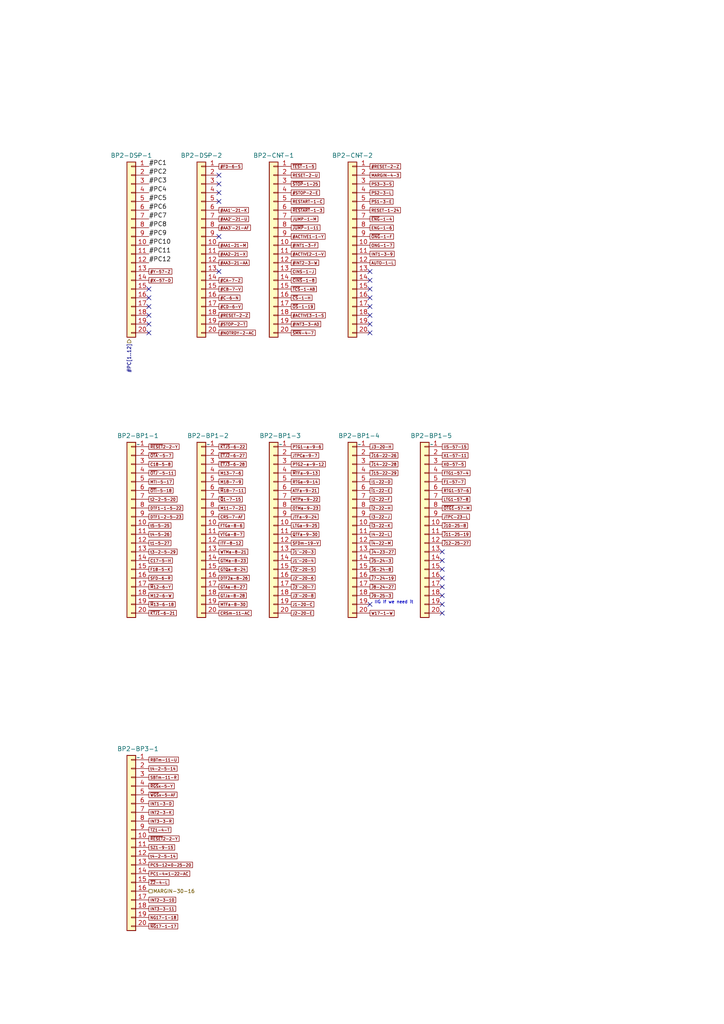
<source format=kicad_sch>
(kicad_sch (version 20211123) (generator eeschema)

  (uuid d9043906-74b8-477f-abec-edf868104711)

  (paper "A4" portrait)

  (title_block
    (title "Backplane 2")
    (date "2020-07-20")
  )

  (lib_symbols
    (symbol "Backplane2-rescue:Conn_01x20-Connector_Generic" (pin_names (offset 1.016) hide) (in_bom yes) (on_board yes)
      (property "Reference" "J" (id 0) (at 0 25.4 0)
        (effects (font (size 1.27 1.27)))
      )
      (property "Value" "Conn_01x20-Connector_Generic" (id 1) (at 0 -27.94 0)
        (effects (font (size 1.27 1.27)))
      )
      (property "Footprint" "" (id 2) (at 0 0 0)
        (effects (font (size 1.27 1.27)) hide)
      )
      (property "Datasheet" "" (id 3) (at 0 0 0)
        (effects (font (size 1.27 1.27)) hide)
      )
      (property "ki_fp_filters" "Connector*:*_1x??_*" (id 4) (at 0 0 0)
        (effects (font (size 1.27 1.27)) hide)
      )
      (symbol "Conn_01x20-Connector_Generic_1_1"
        (rectangle (start -1.27 -25.273) (end 0 -25.527)
          (stroke (width 0.1524) (type default) (color 0 0 0 0))
          (fill (type none))
        )
        (rectangle (start -1.27 -22.733) (end 0 -22.987)
          (stroke (width 0.1524) (type default) (color 0 0 0 0))
          (fill (type none))
        )
        (rectangle (start -1.27 -20.193) (end 0 -20.447)
          (stroke (width 0.1524) (type default) (color 0 0 0 0))
          (fill (type none))
        )
        (rectangle (start -1.27 -17.653) (end 0 -17.907)
          (stroke (width 0.1524) (type default) (color 0 0 0 0))
          (fill (type none))
        )
        (rectangle (start -1.27 -15.113) (end 0 -15.367)
          (stroke (width 0.1524) (type default) (color 0 0 0 0))
          (fill (type none))
        )
        (rectangle (start -1.27 -12.573) (end 0 -12.827)
          (stroke (width 0.1524) (type default) (color 0 0 0 0))
          (fill (type none))
        )
        (rectangle (start -1.27 -10.033) (end 0 -10.287)
          (stroke (width 0.1524) (type default) (color 0 0 0 0))
          (fill (type none))
        )
        (rectangle (start -1.27 -7.493) (end 0 -7.747)
          (stroke (width 0.1524) (type default) (color 0 0 0 0))
          (fill (type none))
        )
        (rectangle (start -1.27 -4.953) (end 0 -5.207)
          (stroke (width 0.1524) (type default) (color 0 0 0 0))
          (fill (type none))
        )
        (rectangle (start -1.27 -2.413) (end 0 -2.667)
          (stroke (width 0.1524) (type default) (color 0 0 0 0))
          (fill (type none))
        )
        (rectangle (start -1.27 0.127) (end 0 -0.127)
          (stroke (width 0.1524) (type default) (color 0 0 0 0))
          (fill (type none))
        )
        (rectangle (start -1.27 2.667) (end 0 2.413)
          (stroke (width 0.1524) (type default) (color 0 0 0 0))
          (fill (type none))
        )
        (rectangle (start -1.27 5.207) (end 0 4.953)
          (stroke (width 0.1524) (type default) (color 0 0 0 0))
          (fill (type none))
        )
        (rectangle (start -1.27 7.747) (end 0 7.493)
          (stroke (width 0.1524) (type default) (color 0 0 0 0))
          (fill (type none))
        )
        (rectangle (start -1.27 10.287) (end 0 10.033)
          (stroke (width 0.1524) (type default) (color 0 0 0 0))
          (fill (type none))
        )
        (rectangle (start -1.27 12.827) (end 0 12.573)
          (stroke (width 0.1524) (type default) (color 0 0 0 0))
          (fill (type none))
        )
        (rectangle (start -1.27 15.367) (end 0 15.113)
          (stroke (width 0.1524) (type default) (color 0 0 0 0))
          (fill (type none))
        )
        (rectangle (start -1.27 17.907) (end 0 17.653)
          (stroke (width 0.1524) (type default) (color 0 0 0 0))
          (fill (type none))
        )
        (rectangle (start -1.27 20.447) (end 0 20.193)
          (stroke (width 0.1524) (type default) (color 0 0 0 0))
          (fill (type none))
        )
        (rectangle (start -1.27 22.987) (end 0 22.733)
          (stroke (width 0.1524) (type default) (color 0 0 0 0))
          (fill (type none))
        )
        (rectangle (start -1.27 24.13) (end 1.27 -26.67)
          (stroke (width 0.254) (type default) (color 0 0 0 0))
          (fill (type background))
        )
        (pin passive line (at -5.08 22.86 0) (length 3.81)
          (name "Pin_1" (effects (font (size 1.27 1.27))))
          (number "1" (effects (font (size 1.27 1.27))))
        )
        (pin passive line (at -5.08 0 0) (length 3.81)
          (name "Pin_10" (effects (font (size 1.27 1.27))))
          (number "10" (effects (font (size 1.27 1.27))))
        )
        (pin passive line (at -5.08 -2.54 0) (length 3.81)
          (name "Pin_11" (effects (font (size 1.27 1.27))))
          (number "11" (effects (font (size 1.27 1.27))))
        )
        (pin passive line (at -5.08 -5.08 0) (length 3.81)
          (name "Pin_12" (effects (font (size 1.27 1.27))))
          (number "12" (effects (font (size 1.27 1.27))))
        )
        (pin passive line (at -5.08 -7.62 0) (length 3.81)
          (name "Pin_13" (effects (font (size 1.27 1.27))))
          (number "13" (effects (font (size 1.27 1.27))))
        )
        (pin passive line (at -5.08 -10.16 0) (length 3.81)
          (name "Pin_14" (effects (font (size 1.27 1.27))))
          (number "14" (effects (font (size 1.27 1.27))))
        )
        (pin passive line (at -5.08 -12.7 0) (length 3.81)
          (name "Pin_15" (effects (font (size 1.27 1.27))))
          (number "15" (effects (font (size 1.27 1.27))))
        )
        (pin passive line (at -5.08 -15.24 0) (length 3.81)
          (name "Pin_16" (effects (font (size 1.27 1.27))))
          (number "16" (effects (font (size 1.27 1.27))))
        )
        (pin passive line (at -5.08 -17.78 0) (length 3.81)
          (name "Pin_17" (effects (font (size 1.27 1.27))))
          (number "17" (effects (font (size 1.27 1.27))))
        )
        (pin passive line (at -5.08 -20.32 0) (length 3.81)
          (name "Pin_18" (effects (font (size 1.27 1.27))))
          (number "18" (effects (font (size 1.27 1.27))))
        )
        (pin passive line (at -5.08 -22.86 0) (length 3.81)
          (name "Pin_19" (effects (font (size 1.27 1.27))))
          (number "19" (effects (font (size 1.27 1.27))))
        )
        (pin passive line (at -5.08 20.32 0) (length 3.81)
          (name "Pin_2" (effects (font (size 1.27 1.27))))
          (number "2" (effects (font (size 1.27 1.27))))
        )
        (pin passive line (at -5.08 -25.4 0) (length 3.81)
          (name "Pin_20" (effects (font (size 1.27 1.27))))
          (number "20" (effects (font (size 1.27 1.27))))
        )
        (pin passive line (at -5.08 17.78 0) (length 3.81)
          (name "Pin_3" (effects (font (size 1.27 1.27))))
          (number "3" (effects (font (size 1.27 1.27))))
        )
        (pin passive line (at -5.08 15.24 0) (length 3.81)
          (name "Pin_4" (effects (font (size 1.27 1.27))))
          (number "4" (effects (font (size 1.27 1.27))))
        )
        (pin passive line (at -5.08 12.7 0) (length 3.81)
          (name "Pin_5" (effects (font (size 1.27 1.27))))
          (number "5" (effects (font (size 1.27 1.27))))
        )
        (pin passive line (at -5.08 10.16 0) (length 3.81)
          (name "Pin_6" (effects (font (size 1.27 1.27))))
          (number "6" (effects (font (size 1.27 1.27))))
        )
        (pin passive line (at -5.08 7.62 0) (length 3.81)
          (name "Pin_7" (effects (font (size 1.27 1.27))))
          (number "7" (effects (font (size 1.27 1.27))))
        )
        (pin passive line (at -5.08 5.08 0) (length 3.81)
          (name "Pin_8" (effects (font (size 1.27 1.27))))
          (number "8" (effects (font (size 1.27 1.27))))
        )
        (pin passive line (at -5.08 2.54 0) (length 3.81)
          (name "Pin_9" (effects (font (size 1.27 1.27))))
          (number "9" (effects (font (size 1.27 1.27))))
        )
      )
    )
  )


  (no_connect (at 43.18 83.82) (uuid 024e183c-d8bb-414c-839f-73f0ac8774b4))
  (no_connect (at 63.5 55.88) (uuid 028596fa-1c09-4c20-a3f1-f60d5386622f))
  (no_connect (at 43.18 86.36) (uuid 058bf79f-f940-4f3b-99e6-62af1696efe4))
  (no_connect (at 128.27 172.72) (uuid 09890333-5c09-4f6a-b771-fec6ca007204))
  (no_connect (at 128.27 165.1) (uuid 212ccb17-277c-4fca-a4ef-e08b4bbbc138))
  (no_connect (at 107.315 91.44) (uuid 24e3e9b3-058c-4d4a-8de5-129d77a0633f))
  (no_connect (at 128.27 167.64) (uuid 24f424af-be98-4e17-a71e-7ce674f5ca2f))
  (no_connect (at 128.27 162.56) (uuid 3a8705ec-8866-445b-82bd-9bfacb126ee0))
  (no_connect (at 63.5 58.42) (uuid 52e21445-5290-4691-9198-ca4851b719a7))
  (no_connect (at 43.18 96.52) (uuid 5593114b-e333-48ab-849b-de6d911a86b4))
  (no_connect (at 63.5 78.74) (uuid 5d1b2c01-c2e8-4425-95c1-57f852a4819e))
  (no_connect (at 128.27 160.02) (uuid 63c6f077-74c1-43b7-a7d3-ffbef3c46716))
  (no_connect (at 107.315 88.9) (uuid 73124b17-d3ec-405d-8e81-9306fb8e1874))
  (no_connect (at 107.315 93.98) (uuid 799ef0ca-4a76-4bec-ad1e-9f3b892810a9))
  (no_connect (at 63.5 53.34) (uuid 7af9a5b9-d495-4ca6-93e2-c5099d87b8e6))
  (no_connect (at 107.315 78.74) (uuid 8386cfe3-991c-44bb-b3a2-891fd28a7585))
  (no_connect (at 43.18 91.44) (uuid 846a64b9-2655-4bc7-a8db-bb878c4a9dc9))
  (no_connect (at 43.18 88.9) (uuid 85a43e6c-d206-448f-abd9-eb83d762505f))
  (no_connect (at 107.315 86.36) (uuid 85bd626c-2ff3-49ce-8264-f21c6b8aea5c))
  (no_connect (at 107.315 81.28) (uuid 8ecb5409-5803-4e48-b8e8-e42d8df5c209))
  (no_connect (at 128.27 175.26) (uuid 97be36b9-f95f-4225-909e-0ea87f2a65ad))
  (no_connect (at 128.27 177.8) (uuid 9b567f6b-6c1f-4645-917e-8f09e7a5425e))
  (no_connect (at 107.315 175.26) (uuid a0b90e8b-bb58-4895-836b-b9c299d92657))
  (no_connect (at 107.315 96.52) (uuid a49919f9-5eca-472d-9595-636f9f55762d))
  (no_connect (at 63.5 68.58) (uuid b759f9eb-ece8-4d2f-893d-e071a5641877))
  (no_connect (at 63.5 50.8) (uuid c8c0d628-7955-432b-a0f0-567df06f9736))
  (no_connect (at 128.27 170.18) (uuid d78ae758-1530-436c-adfa-6f12da922147))
  (no_connect (at 43.18 93.98) (uuid e01d07e1-e58a-4457-a59a-541e13951eb7))
  (no_connect (at 107.315 83.82) (uuid ed7266a8-f5d4-4280-afae-a5f929e22521))

  (text "IIG If we need it" (at 108.585 175.26 0)
    (effects (font (size 0.889 0.889)) (justify left bottom))
    (uuid 914824f7-8d02-4ad7-8295-6aed7e31cbc6)
  )

  (label "#PC6" (at 43.18 60.96 0)
    (effects (font (size 1.27 1.27)) (justify left bottom))
    (uuid 18f784ae-2b0c-4de4-a1f5-6f0f38e148f8)
  )
  (label "#PC8" (at 43.18 66.04 0)
    (effects (font (size 1.27 1.27)) (justify left bottom))
    (uuid 3a0db7b4-2a7c-41d6-b1e8-e5a3aca85c72)
  )
  (label "#PC1" (at 43.18 48.26 0)
    (effects (font (size 1.27 1.27)) (justify left bottom))
    (uuid 547c491a-5807-4817-b3b2-fa3b3e942e8e)
  )
  (label "#PC11" (at 43.18 73.66 0)
    (effects (font (size 1.27 1.27)) (justify left bottom))
    (uuid 7e3d91ee-c842-4c87-a535-d814b6e1a6cd)
  )
  (label "#PC3" (at 43.18 53.34 0)
    (effects (font (size 1.27 1.27)) (justify left bottom))
    (uuid 99415a43-f7f2-4b4d-95d7-a9c8b0604134)
  )
  (label "#PC4" (at 43.18 55.88 0)
    (effects (font (size 1.27 1.27)) (justify left bottom))
    (uuid 99d884f3-6c1d-451f-844c-7a8d78ad29af)
  )
  (label "#PC7" (at 43.18 63.5 0)
    (effects (font (size 1.27 1.27)) (justify left bottom))
    (uuid ae9fa334-c728-4c86-9d2b-b33a801d684a)
  )
  (label "#PC12" (at 43.18 76.2 0)
    (effects (font (size 1.27 1.27)) (justify left bottom))
    (uuid b192a712-e307-444d-b49c-6cda894197af)
  )
  (label "#PC10" (at 43.18 71.12 0)
    (effects (font (size 1.27 1.27)) (justify left bottom))
    (uuid b8e240df-1101-4515-845e-9ffe5e06e991)
  )
  (label "#PC9" (at 43.18 68.58 0)
    (effects (font (size 1.27 1.27)) (justify left bottom))
    (uuid e3b3c4d8-1209-4d33-bbf9-ceff4518a9cc)
  )
  (label "#PC5" (at 43.18 58.42 0)
    (effects (font (size 1.27 1.27)) (justify left bottom))
    (uuid e9edce88-b579-46df-8948-86aad1d18e45)
  )
  (label "#PC2" (at 43.18 50.8 0)
    (effects (font (size 1.27 1.27)) (justify left bottom))
    (uuid f348aa75-a6ba-4379-97bb-fe050ec09492)
  )

  (global_label "MARGIN-4-3" (shape passive) (at 107.315 50.8 0) (fields_autoplaced)
    (effects (font (size 0.8128 0.8128)) (justify left))
    (uuid 0145e71c-e095-45a4-a212-91433cec04a2)
    (property "Intersheet References" "${INTERSHEET_REFS}" (id 0) (at 0 0 0)
      (effects (font (size 1.27 1.27)) hide)
    )
  )
  (global_label "C18-5-8" (shape passive) (at 43.18 134.62 0) (fields_autoplaced)
    (effects (font (size 0.8128 0.8128)) (justify left))
    (uuid 015aae11-1ad4-405d-89e2-d4e9a8bb652d)
    (property "Intersheet References" "${INTERSHEET_REFS}" (id 0) (at 0 0 0)
      (effects (font (size 1.27 1.27)) hide)
    )
  )
  (global_label "CRSm-11-AC" (shape passive) (at 63.5 177.8 0) (fields_autoplaced)
    (effects (font (size 0.8128 0.8128)) (justify left))
    (uuid 01933ad9-d206-4be3-8b64-e14c8ee958e2)
    (property "Intersheet References" "${INTERSHEET_REFS}" (id 0) (at 0 0 0)
      (effects (font (size 1.27 1.27)) hide)
    )
  )
  (global_label "DTF1-2-5-23" (shape passive) (at 43.18 149.86 0) (fields_autoplaced)
    (effects (font (size 0.8128 0.8128)) (justify left))
    (uuid 02634472-abf3-45ce-a8be-f2ab101c18d9)
    (property "Intersheet References" "${INTERSHEET_REFS}" (id 0) (at 0 0 0)
      (effects (font (size 1.27 1.27)) hide)
    )
  )
  (global_label "~{M}TFa-9-13" (shape passive) (at 84.455 137.16 0) (fields_autoplaced)
    (effects (font (size 0.8128 0.8128)) (justify left))
    (uuid 04a180fd-ba29-406d-a4d0-458fb27af601)
    (property "Intersheet References" "${INTERSHEET_REFS}" (id 0) (at 0 0 0)
      (effects (font (size 1.27 1.27)) hide)
    )
  )
  (global_label "RTGa-9-14" (shape passive) (at 84.455 139.7 0) (fields_autoplaced)
    (effects (font (size 0.8128 0.8128)) (justify left))
    (uuid 068badf9-993d-499b-a61e-6437f42db645)
    (property "Intersheet References" "${INTERSHEET_REFS}" (id 0) (at 0 0 0)
      (effects (font (size 1.27 1.27)) hide)
    )
  )
  (global_label "#C-6-N" (shape passive) (at 63.5 86.36 0) (fields_autoplaced)
    (effects (font (size 0.8128 0.8128)) (justify left))
    (uuid 08bc3bcb-9cd8-496f-8844-79c9fa6756e0)
    (property "Intersheet References" "${INTERSHEET_REFS}" (id 0) (at 0 0 0)
      (effects (font (size 1.27 1.27)) hide)
    )
  )
  (global_label "~{J}2'-20-5" (shape passive) (at 84.455 165.1 0) (fields_autoplaced)
    (effects (font (size 0.8128 0.8128)) (justify left))
    (uuid 0a77ca70-6c7f-4287-a94c-93dc990c1d7f)
    (property "Intersheet References" "${INTERSHEET_REFS}" (id 0) (at 0 0 0)
      (effects (font (size 1.27 1.27)) hide)
    )
  )
  (global_label "~{J}15-22-29" (shape passive) (at 107.315 137.16 0) (fields_autoplaced)
    (effects (font (size 0.8128 0.8128)) (justify left))
    (uuid 0be1ac20-6178-4665-857b-50e7076b9ddf)
    (property "Intersheet References" "${INTERSHEET_REFS}" (id 0) (at 0 0 0)
      (effects (font (size 1.27 1.27)) hide)
    )
  )
  (global_label "~{OTG1}-57-M" (shape passive) (at 128.27 147.32 0) (fields_autoplaced)
    (effects (font (size 0.8128 0.8128)) (justify left))
    (uuid 0e86621b-73f9-4e90-ae15-192ef439b016)
    (property "Intersheet References" "${INTERSHEET_REFS}" (id 0) (at 0 0 0)
      (effects (font (size 1.27 1.27)) hide)
    )
  )
  (global_label "LTGa-9-25" (shape passive) (at 84.455 152.4 0) (fields_autoplaced)
    (effects (font (size 0.8128 0.8128)) (justify left))
    (uuid 10cf5352-c473-48f3-a483-3254f76a6b69)
    (property "Intersheet References" "${INTERSHEET_REFS}" (id 0) (at 0 0 0)
      (effects (font (size 1.27 1.27)) hide)
    )
  )
  (global_label "I2-22-F" (shape passive) (at 107.315 144.78 0) (fields_autoplaced)
    (effects (font (size 0.8128 0.8128)) (justify left))
    (uuid 1302375f-b8c5-4482-9efc-e2708287ea3b)
    (property "Intersheet References" "${INTERSHEET_REFS}" (id 0) (at 0 0 0)
      (effects (font (size 1.27 1.27)) hide)
    )
  )
  (global_label "#ACTIVE3-1-S" (shape passive) (at 84.455 91.44 0) (fields_autoplaced)
    (effects (font (size 0.8128 0.8128)) (justify left))
    (uuid 15e2a334-efa3-4956-adab-ea3f0545a751)
    (property "Intersheet References" "${INTERSHEET_REFS}" (id 0) (at 0 0 0)
      (effects (font (size 1.27 1.27)) hide)
    )
  )
  (global_label "#Y-57-Z" (shape passive) (at 43.18 78.74 0) (fields_autoplaced)
    (effects (font (size 0.8128 0.8128)) (justify left))
    (uuid 16b874f8-e86a-49d0-8fc4-4fb088dbba38)
    (property "Intersheet References" "${INTERSHEET_REFS}" (id 0) (at 0 0 0)
      (effects (font (size 1.27 1.27)) hide)
    )
  )
  (global_label "ONG-1-7" (shape passive) (at 107.315 71.12 0) (fields_autoplaced)
    (effects (font (size 0.8128 0.8128)) (justify left))
    (uuid 181bf7ea-eea4-4c3f-9419-4c3a0e972e41)
    (property "Intersheet References" "${INTERSHEET_REFS}" (id 0) (at 0 0 0)
      (effects (font (size 1.27 1.27)) hide)
    )
  )
  (global_label "INT3-3-11" (shape passive) (at 43.18 263.525 0) (fields_autoplaced)
    (effects (font (size 0.8128 0.8128)) (justify left))
    (uuid 19c35404-1dec-4df4-b624-e400bdbde470)
    (property "Intersheet References" "${INTERSHEET_REFS}" (id 0) (at 0 0 0)
      (effects (font (size 1.27 1.27)) hide)
    )
  )
  (global_label "WTMa-8-21" (shape passive) (at 63.5 160.02 0) (fields_autoplaced)
    (effects (font (size 0.8128 0.8128)) (justify left))
    (uuid 1c817c3e-aa9e-4a76-91a2-0eab7a2f6bf6)
    (property "Intersheet References" "${INTERSHEET_REFS}" (id 0) (at 0 0 0)
      (effects (font (size 1.27 1.27)) hide)
    )
  )
  (global_label "~{J}9-25-3" (shape passive) (at 107.315 172.72 0) (fields_autoplaced)
    (effects (font (size 0.8128 0.8128)) (justify left))
    (uuid 1d7318db-edbc-44c0-b647-11b32e8039df)
    (property "Intersheet References" "${INTERSHEET_REFS}" (id 0) (at 0 0 0)
      (effects (font (size 1.27 1.27)) hide)
    )
  )
  (global_label "GTAa-8-27" (shape passive) (at 63.5 170.18 0) (fields_autoplaced)
    (effects (font (size 0.8128 0.8128)) (justify left))
    (uuid 1e24d4e1-2b3c-48e5-b84b-e7b52f9397e5)
    (property "Intersheet References" "${INTERSHEET_REFS}" (id 0) (at 0 0 0)
      (effects (font (size 1.27 1.27)) hide)
    )
  )
  (global_label "M11-7-21" (shape passive) (at 63.5 147.32 0) (fields_autoplaced)
    (effects (font (size 0.8128 0.8128)) (justify left))
    (uuid 1f4603ca-4429-4491-a84d-34b63969aa5a)
    (property "Intersheet References" "${INTERSHEET_REFS}" (id 0) (at 0 0 0)
      (effects (font (size 1.27 1.27)) hide)
    )
  )
  (global_label "~{NG}17-1-17" (shape passive) (at 43.18 268.605 0) (fields_autoplaced)
    (effects (font (size 0.8128 0.8128)) (justify left))
    (uuid 2078b4f9-0cd1-433e-960a-0df8890fa7ba)
    (property "Intersheet References" "${INTERSHEET_REFS}" (id 0) (at 0 0 0)
      (effects (font (size 1.27 1.27)) hide)
    )
  )
  (global_label "AUTO-1-L" (shape passive) (at 107.315 76.2 0) (fields_autoplaced)
    (effects (font (size 0.8128 0.8128)) (justify left))
    (uuid 20d386dc-295b-41d3-a31f-4bdca609ff13)
    (property "Intersheet References" "${INTERSHEET_REFS}" (id 0) (at 0 0 0)
      (effects (font (size 1.27 1.27)) hide)
    )
  )
  (global_label "GTQa-8-24" (shape passive) (at 63.5 165.1 0) (fields_autoplaced)
    (effects (font (size 0.8128 0.8128)) (justify left))
    (uuid 219e05b3-923a-44da-9d15-095a443fe943)
    (property "Intersheet References" "${INTERSHEET_REFS}" (id 0) (at 0 0 0)
      (effects (font (size 1.27 1.27)) hide)
    )
  )
  (global_label "#CB-7-V" (shape passive) (at 63.5 83.82 0) (fields_autoplaced)
    (effects (font (size 0.8128 0.8128)) (justify left))
    (uuid 23baf053-0b04-41cc-94bb-003ea87bfadc)
    (property "Intersheet References" "${INTERSHEET_REFS}" (id 0) (at 0 0 0)
      (effects (font (size 1.27 1.27)) hide)
    )
  )
  (global_label "NG17-1-18" (shape passive) (at 43.18 266.065 0) (fields_autoplaced)
    (effects (font (size 0.8128 0.8128)) (justify left))
    (uuid 25bfc2ae-b569-49ef-9ffc-3c0669e3fcfe)
    (property "Intersheet References" "${INTERSHEET_REFS}" (id 0) (at 0 0 0)
      (effects (font (size 1.27 1.27)) hide)
    )
  )
  (global_label "~{CINS}-1-8" (shape passive) (at 84.455 81.28 0) (fields_autoplaced)
    (effects (font (size 0.8128 0.8128)) (justify left))
    (uuid 2656af6b-5c4d-448a-a37a-4373fb021536)
    (property "Intersheet References" "${INTERSHEET_REFS}" (id 0) (at 0 0 0)
      (effects (font (size 1.27 1.27)) hide)
    )
  )
  (global_label "#ACTIVE1-1-Y" (shape passive) (at 84.455 68.58 0) (fields_autoplaced)
    (effects (font (size 0.8128 0.8128)) (justify left))
    (uuid 270722f7-07c3-4e77-a6c4-298d0bad40b9)
    (property "Intersheet References" "${INTERSHEET_REFS}" (id 0) (at 0 0 0)
      (effects (font (size 1.27 1.27)) hide)
    )
  )
  (global_label "#STOP-2-E" (shape passive) (at 84.455 55.88 0) (fields_autoplaced)
    (effects (font (size 0.8128 0.8128)) (justify left))
    (uuid 2a19d717-20cb-4e06-af7c-111eb72130ff)
    (property "Intersheet References" "${INTERSHEET_REFS}" (id 0) (at 0 0 0)
      (effects (font (size 1.27 1.27)) hide)
    )
  )
  (global_label "t4-2-5-14" (shape passive) (at 43.18 248.285 0) (fields_autoplaced)
    (effects (font (size 0.8128 0.8128)) (justify left))
    (uuid 2b200a30-d2a2-443f-8244-3548d02dff29)
    (property "Intersheet References" "${INTERSHEET_REFS}" (id 0) (at 0 0 0)
      (effects (font (size 1.27 1.27)) hide)
    )
  )
  (global_label "~{J}7-24-19" (shape passive) (at 107.315 167.64 0) (fields_autoplaced)
    (effects (font (size 0.8128 0.8128)) (justify left))
    (uuid 2d95d0c4-d873-4db3-af0b-d85c31aaf950)
    (property "Intersheet References" "${INTERSHEET_REFS}" (id 0) (at 0 0 0)
      (effects (font (size 1.27 1.27)) hide)
    )
  )
  (global_label "~{CS}-1-H" (shape passive) (at 84.455 86.36 0) (fields_autoplaced)
    (effects (font (size 0.8128 0.8128)) (justify left))
    (uuid 2ed1aff2-73cc-4e77-bd16-94456ad46ef3)
    (property "Intersheet References" "${INTERSHEET_REFS}" (id 0) (at 0 0 0)
      (effects (font (size 1.27 1.27)) hide)
    )
  )
  (global_label "~{I}1-22-E" (shape passive) (at 107.315 142.24 0) (fields_autoplaced)
    (effects (font (size 0.8128 0.8128)) (justify left))
    (uuid 3002f6f7-e79e-4a57-ac56-6dc1fdb1ad3c)
    (property "Intersheet References" "${INTERSHEET_REFS}" (id 0) (at 0 0 0)
      (effects (font (size 1.27 1.27)) hide)
    )
  )
  (global_label "CINS-1-J" (shape passive) (at 84.455 78.74 0) (fields_autoplaced)
    (effects (font (size 0.8128 0.8128)) (justify left))
    (uuid 305bc190-f433-4e47-a1eb-64817692f662)
    (property "Intersheet References" "${INTERSHEET_REFS}" (id 0) (at 0 0 0)
      (effects (font (size 1.27 1.27)) hide)
    )
  )
  (global_label "~{M}18-7-11" (shape passive) (at 63.5 142.24 0) (fields_autoplaced)
    (effects (font (size 0.8128 0.8128)) (justify left))
    (uuid 30a61eb1-e932-446a-835f-428c63f56753)
    (property "Intersheet References" "${INTERSHEET_REFS}" (id 0) (at 0 0 0)
      (effects (font (size 1.27 1.27)) hide)
    )
  )
  (global_label "~{I}2-22-H" (shape passive) (at 107.315 147.32 0) (fields_autoplaced)
    (effects (font (size 0.8128 0.8128)) (justify left))
    (uuid 30d9ef25-9016-4288-b3df-59949f428385)
    (property "Intersheet References" "${INTERSHEET_REFS}" (id 0) (at 0 0 0)
      (effects (font (size 1.27 1.27)) hide)
    )
  )
  (global_label "RESET-1-24" (shape passive) (at 107.315 60.96 0) (fields_autoplaced)
    (effects (font (size 0.8128 0.8128)) (justify left))
    (uuid 3185fac3-7236-47cf-aaff-33a19d60324f)
    (property "Intersheet References" "${INTERSHEET_REFS}" (id 0) (at 0 0 0)
      (effects (font (size 1.27 1.27)) hide)
    )
  )
  (global_label "JTFa-9-24" (shape passive) (at 84.455 149.86 0) (fields_autoplaced)
    (effects (font (size 0.8128 0.8128)) (justify left))
    (uuid 32e18565-0bef-4d0e-934e-92f6069510e8)
    (property "Intersheet References" "${INTERSHEET_REFS}" (id 0) (at 0 0 0)
      (effects (font (size 1.27 1.27)) hide)
    )
  )
  (global_label "PC5-12=0-25-20" (shape passive) (at 43.18 250.825 0) (fields_autoplaced)
    (effects (font (size 0.8128 0.8128)) (justify left))
    (uuid 32f6ac03-db92-42af-b201-5818df7419de)
    (property "Intersheet References" "${INTERSHEET_REFS}" (id 0) (at 0 0 0)
      (effects (font (size 1.27 1.27)) hide)
    )
  )
  (global_label "~{J}14-22-28" (shape passive) (at 107.315 134.62 0) (fields_autoplaced)
    (effects (font (size 0.8128 0.8128)) (justify left))
    (uuid 33651b54-7243-4b90-96e1-79d7848c076d)
    (property "Intersheet References" "${INTERSHEET_REFS}" (id 0) (at 0 0 0)
      (effects (font (size 1.27 1.27)) hide)
    )
  )
  (global_label "INT1-3-9" (shape passive) (at 107.315 73.66 0) (fields_autoplaced)
    (effects (font (size 0.8128 0.8128)) (justify left))
    (uuid 36c04fbf-8fa3-4734-814f-9b52cbca1c39)
    (property "Intersheet References" "${INTERSHEET_REFS}" (id 0) (at 0 0 0)
      (effects (font (size 1.27 1.27)) hide)
    )
  )
  (global_label "RESTART-1-C" (shape passive) (at 84.455 58.42 0) (fields_autoplaced)
    (effects (font (size 0.8128 0.8128)) (justify left))
    (uuid 389a21d0-2922-4bb0-9b87-63e287b1f60e)
    (property "Intersheet References" "${INTERSHEET_REFS}" (id 0) (at 0 0 0)
      (effects (font (size 1.27 1.27)) hide)
    )
  )
  (global_label "~{ENG}-1-4" (shape passive) (at 107.315 63.5 0) (fields_autoplaced)
    (effects (font (size 0.8128 0.8128)) (justify left))
    (uuid 3a6bd22d-3d29-4925-8e01-bab65c76cd59)
    (property "Intersheet References" "${INTERSHEET_REFS}" (id 0) (at 0 0 0)
      (effects (font (size 1.27 1.27)) hide)
    )
  )
  (global_label "IIS-57-15" (shape passive) (at 128.27 129.54 0) (fields_autoplaced)
    (effects (font (size 0.8128 0.8128)) (justify left))
    (uuid 3a9c900e-ef6b-4fb7-8cb5-4f794097f67c)
    (property "Intersheet References" "${INTERSHEET_REFS}" (id 0) (at 0 0 0)
      (effects (font (size 1.27 1.27)) hide)
    )
  )
  (global_label "~{J}3'-20-7" (shape passive) (at 84.455 170.18 0) (fields_autoplaced)
    (effects (font (size 0.8128 0.8128)) (justify left))
    (uuid 3b9363bb-8ad9-462c-8c9a-20b9e8fbea2c)
    (property "Intersheet References" "${INTERSHEET_REFS}" (id 0) (at 0 0 0)
      (effects (font (size 1.27 1.27)) hide)
    )
  )
  (global_label "W17-1-W" (shape passive) (at 107.315 177.8 0) (fields_autoplaced)
    (effects (font (size 0.8128 0.8128)) (justify left))
    (uuid 3bab6822-4562-4348-a61c-ae3ecd5dfd3f)
    (property "Intersheet References" "${INTERSHEET_REFS}" (id 0) (at 0 0 0)
      (effects (font (size 1.27 1.27)) hide)
    )
  )
  (global_label "SFD-6-R" (shape passive) (at 43.18 167.64 0) (fields_autoplaced)
    (effects (font (size 0.8128 0.8128)) (justify left))
    (uuid 3fb697f8-43b6-45d7-85f3-63d5c9d266cc)
    (property "Intersheet References" "${INTERSHEET_REFS}" (id 0) (at 0 0 0)
      (effects (font (size 1.27 1.27)) hide)
    )
  )
  (global_label "OTMa-9-23" (shape passive) (at 84.455 147.32 0) (fields_autoplaced)
    (effects (font (size 0.8128 0.8128)) (justify left))
    (uuid 40fcec91-0a9b-4b1c-ab34-5ada55bf55c3)
    (property "Intersheet References" "${INTERSHEET_REFS}" (id 0) (at 0 0 0)
      (effects (font (size 1.27 1.27)) hide)
    )
  )
  (global_label "#AA3'-21-AF" (shape passive) (at 63.5 66.04 0) (fields_autoplaced)
    (effects (font (size 0.8128 0.8128)) (justify left))
    (uuid 4292f7ac-223e-4a7e-a403-a0c7ebdc43fb)
    (property "Intersheet References" "${INTERSHEET_REFS}" (id 0) (at 0 0 0)
      (effects (font (size 1.27 1.27)) hide)
    )
  )
  (global_label "~{KTJ1}-6-21" (shape passive) (at 43.18 177.8 0) (fields_autoplaced)
    (effects (font (size 0.8128 0.8128)) (justify left))
    (uuid 42da74f7-3ae1-4ddc-98dd-f8ee7fb5f89f)
    (property "Intersheet References" "${INTERSHEET_REFS}" (id 0) (at 0 0 0)
      (effects (font (size 1.27 1.27)) hide)
    )
  )
  (global_label "#STOP-2-T" (shape passive) (at 63.5 93.98 0) (fields_autoplaced)
    (effects (font (size 0.8128 0.8128)) (justify left))
    (uuid 431c4493-563a-4e33-98f8-bb870c30ae66)
    (property "Intersheet References" "${INTERSHEET_REFS}" (id 0) (at 0 0 0)
      (effects (font (size 1.27 1.27)) hide)
    )
  )
  (global_label "t4-2-5-14" (shape passive) (at 43.18 222.885 0) (fields_autoplaced)
    (effects (font (size 0.8128 0.8128)) (justify left))
    (uuid 48959c69-ab61-4d25-88cc-7202b8180b3a)
    (property "Intersheet References" "${INTERSHEET_REFS}" (id 0) (at 0 0 0)
      (effects (font (size 1.27 1.27)) hide)
    )
  )
  (global_label "INT2-3-10" (shape passive) (at 43.18 260.985 0) (fields_autoplaced)
    (effects (font (size 0.8128 0.8128)) (justify left))
    (uuid 4a59a0c7-c6c7-44cc-92e4-760079b364fd)
    (property "Intersheet References" "${INTERSHEET_REFS}" (id 0) (at 0 0 0)
      (effects (font (size 1.27 1.27)) hide)
    )
  )
  (global_label "F1-57-7" (shape passive) (at 128.27 139.7 0) (fields_autoplaced)
    (effects (font (size 0.8128 0.8128)) (justify left))
    (uuid 4db69c45-26f5-4525-bc89-40f6daccdcad)
    (property "Intersheet References" "${INTERSHEET_REFS}" (id 0) (at 0 0 0)
      (effects (font (size 1.27 1.27)) hide)
    )
  )
  (global_label "#RESET-2-Z" (shape passive) (at 107.315 48.26 0) (fields_autoplaced)
    (effects (font (size 0.8128 0.8128)) (justify left))
    (uuid 4decb195-9431-46ac-8d47-93e6e6bd4adc)
    (property "Intersheet References" "${INTERSHEET_REFS}" (id 0) (at 0 0 0)
      (effects (font (size 1.27 1.27)) hide)
    )
  )
  (global_label "~{ETJ2}-6-27" (shape passive) (at 63.5 132.08 0) (fields_autoplaced)
    (effects (font (size 0.8128 0.8128)) (justify left))
    (uuid 504ce6c6-76ea-4312-a4fa-229e9d2272fb)
    (property "Intersheet References" "${INTERSHEET_REFS}" (id 0) (at 0 0 0)
      (effects (font (size 1.27 1.27)) hide)
    )
  )
  (global_label "~{SMN}-4-7" (shape passive) (at 84.455 96.52 0) (fields_autoplaced)
    (effects (font (size 0.8128 0.8128)) (justify left))
    (uuid 53616804-60ec-4424-a33d-dac23b15b159)
    (property "Intersheet References" "${INTERSHEET_REFS}" (id 0) (at 0 0 0)
      (effects (font (size 1.27 1.27)) hide)
    )
  )
  (global_label "~{M}13-6-18" (shape passive) (at 43.18 175.26 0) (fields_autoplaced)
    (effects (font (size 0.8128 0.8128)) (justify left))
    (uuid 567f3224-abf5-45f2-8c75-da9c9654718b)
    (property "Intersheet References" "${INTERSHEET_REFS}" (id 0) (at 0 0 0)
      (effects (font (size 1.27 1.27)) hide)
    )
  )
  (global_label "DTF2a-8-26" (shape passive) (at 63.5 167.64 0) (fields_autoplaced)
    (effects (font (size 0.8128 0.8128)) (justify left))
    (uuid 568b59e1-9b77-437b-9ee9-25e9b773af1a)
    (property "Intersheet References" "${INTERSHEET_REFS}" (id 0) (at 0 0 0)
      (effects (font (size 1.27 1.27)) hide)
    )
  )
  (global_label "I4-22-L" (shape passive) (at 107.315 154.94 0) (fields_autoplaced)
    (effects (font (size 0.8128 0.8128)) (justify left))
    (uuid 586e8d31-bda7-490f-b33f-ed039c3715cf)
    (property "Intersheet References" "${INTERSHEET_REFS}" (id 0) (at 0 0 0)
      (effects (font (size 1.27 1.27)) hide)
    )
  )
  (global_label "PS3-3-S" (shape passive) (at 107.315 53.34 0) (fields_autoplaced)
    (effects (font (size 0.8128 0.8128)) (justify left))
    (uuid 5a55b316-08b1-4992-9666-d83c6dcc44df)
    (property "Intersheet References" "${INTERSHEET_REFS}" (id 0) (at 0 0 0)
      (effects (font (size 1.27 1.27)) hide)
    )
  )
  (global_label "SFDm-19-V" (shape passive) (at 84.455 157.48 0) (fields_autoplaced)
    (effects (font (size 0.8128 0.8128)) (justify left))
    (uuid 5e056463-21d4-4ee2-84f3-0b8d49c42ff8)
    (property "Intersheet References" "${INTERSHEET_REFS}" (id 0) (at 0 0 0)
      (effects (font (size 1.27 1.27)) hide)
    )
  )
  (global_label "~{RESET}2-2-Y" (shape passive) (at 43.18 243.205 0) (fields_autoplaced)
    (effects (font (size 0.8128 0.8128)) (justify left))
    (uuid 5f4d96f0-82ee-4b56-bf2c-020bac111c91)
    (property "Intersheet References" "${INTERSHEET_REFS}" (id 0) (at 0 0 0)
      (effects (font (size 1.27 1.27)) hide)
    )
  )
  (global_label "MTPa-9-22" (shape passive) (at 84.455 144.78 0) (fields_autoplaced)
    (effects (font (size 0.8128 0.8128)) (justify left))
    (uuid 610b0b0f-9a72-4083-8cd6-a2b57e44c123)
    (property "Intersheet References" "${INTERSHEET_REFS}" (id 0) (at 0 0 0)
      (effects (font (size 1.27 1.27)) hide)
    )
  )
  (global_label "t5-5-25" (shape passive) (at 43.18 152.4 0) (fields_autoplaced)
    (effects (font (size 0.8128 0.8128)) (justify left))
    (uuid 6367e9ac-7187-4141-833c-fdd5da61f193)
    (property "Intersheet References" "${INTERSHEET_REFS}" (id 0) (at 0 0 0)
      (effects (font (size 1.27 1.27)) hide)
    )
  )
  (global_label "LTG1-57-8" (shape passive) (at 128.27 144.78 0) (fields_autoplaced)
    (effects (font (size 0.8128 0.8128)) (justify left))
    (uuid 63e36a24-52ac-445c-9dcd-9851ba5cfd4b)
    (property "Intersheet References" "${INTERSHEET_REFS}" (id 0) (at 0 0 0)
      (effects (font (size 1.27 1.27)) hide)
    )
  )
  (global_label "~{J}16-22-26" (shape passive) (at 107.315 132.08 0) (fields_autoplaced)
    (effects (font (size 0.8128 0.8128)) (justify left))
    (uuid 645c8078-076e-4b35-a0b7-b724b5fdccac)
    (property "Intersheet References" "${INTERSHEET_REFS}" (id 0) (at 0 0 0)
      (effects (font (size 1.27 1.27)) hide)
    )
  )
  (global_label "J2'-20-6" (shape passive) (at 84.455 167.64 0) (fields_autoplaced)
    (effects (font (size 0.8128 0.8128)) (justify left))
    (uuid 657ac773-a563-4547-a794-4d541607f1c6)
    (property "Intersheet References" "${INTERSHEET_REFS}" (id 0) (at 0 0 0)
      (effects (font (size 1.27 1.27)) hide)
    )
  )
  (global_label "t1-5-27" (shape passive) (at 43.18 157.48 0) (fields_autoplaced)
    (effects (font (size 0.8128 0.8128)) (justify left))
    (uuid 65c3ad91-3d76-4a5f-ac64-d0ae61982f33)
    (property "Intersheet References" "${INTERSHEET_REFS}" (id 0) (at 0 0 0)
      (effects (font (size 1.27 1.27)) hide)
    )
  )
  (global_label "~{Q}1-7-15" (shape passive) (at 63.5 144.78 0) (fields_autoplaced)
    (effects (font (size 0.8128 0.8128)) (justify left))
    (uuid 665156a9-c00d-48df-b2c4-0b6211e236c8)
    (property "Intersheet References" "${INTERSHEET_REFS}" (id 0) (at 0 0 0)
      (effects (font (size 1.27 1.27)) hide)
    )
  )
  (global_label "JTPC-23-L" (shape passive) (at 128.27 149.86 0) (fields_autoplaced)
    (effects (font (size 0.8128 0.8128)) (justify left))
    (uuid 68508a32-5ede-445c-bee3-5ef290c15bb3)
    (property "Intersheet References" "${INTERSHEET_REFS}" (id 0) (at 0 0 0)
      (effects (font (size 1.27 1.27)) hide)
    )
  )
  (global_label "X0-57-5" (shape passive) (at 128.27 134.62 0) (fields_autoplaced)
    (effects (font (size 0.8128 0.8128)) (justify left))
    (uuid 6943db4d-8840-4ba4-b36b-d614f1ddeea7)
    (property "Intersheet References" "${INTERSHEET_REFS}" (id 0) (at 0 0 0)
      (effects (font (size 1.27 1.27)) hide)
    )
  )
  (global_label "M18-7-9" (shape passive) (at 63.5 139.7 0) (fields_autoplaced)
    (effects (font (size 0.8128 0.8128)) (justify left))
    (uuid 6d04265d-0dd2-4638-a307-4688f5c0eb86)
    (property "Intersheet References" "${INTERSHEET_REFS}" (id 0) (at 0 0 0)
      (effects (font (size 1.27 1.27)) hide)
    )
  )
  (global_label "#CA-7-Z" (shape passive) (at 63.5 81.28 0) (fields_autoplaced)
    (effects (font (size 0.8128 0.8128)) (justify left))
    (uuid 6f449d4f-917e-46aa-9494-1cbab0813ab0)
    (property "Intersheet References" "${INTERSHEET_REFS}" (id 0) (at 0 0 0)
      (effects (font (size 1.27 1.27)) hide)
    )
  )
  (global_label "DTF1-1-5-22" (shape passive) (at 43.18 147.32 0) (fields_autoplaced)
    (effects (font (size 0.8128 0.8128)) (justify left))
    (uuid 6f5f4309-95f1-4e68-81df-376f967e1a3f)
    (property "Intersheet References" "${INTERSHEET_REFS}" (id 0) (at 0 0 0)
      (effects (font (size 1.27 1.27)) hide)
    )
  )
  (global_label "~{KTJ5}-6-22" (shape passive) (at 63.5 129.54 0) (fields_autoplaced)
    (effects (font (size 0.8128 0.8128)) (justify left))
    (uuid 707c54eb-923b-49b8-875d-d6cc52ee6e41)
    (property "Intersheet References" "${INTERSHEET_REFS}" (id 0) (at 0 0 0)
      (effects (font (size 1.27 1.27)) hide)
    )
  )
  (global_label "#ACTIVE2-1-V" (shape passive) (at 84.455 73.66 0) (fields_autoplaced)
    (effects (font (size 0.8128 0.8128)) (justify left))
    (uuid 709dd083-8f5f-497d-8fdf-59ca2beedb86)
    (property "Intersheet References" "${INTERSHEET_REFS}" (id 0) (at 0 0 0)
      (effects (font (size 1.27 1.27)) hide)
    )
  )
  (global_label "~{TEST}-1-5" (shape passive) (at 84.455 48.26 0) (fields_autoplaced)
    (effects (font (size 0.8128 0.8128)) (justify left))
    (uuid 71014960-83eb-4380-921a-29f047d1a0cf)
    (property "Intersheet References" "${INTERSHEET_REFS}" (id 0) (at 0 0 0)
      (effects (font (size 1.27 1.27)) hide)
    )
  )
  (global_label "M12-6-W" (shape passive) (at 43.18 172.72 0) (fields_autoplaced)
    (effects (font (size 0.8128 0.8128)) (justify left))
    (uuid 710d2001-68dd-4bfd-8bc0-986fc459bb6a)
    (property "Intersheet References" "${INTERSHEET_REFS}" (id 0) (at 0 0 0)
      (effects (font (size 1.27 1.27)) hide)
    )
  )
  (global_label "X1-57-11" (shape passive) (at 128.27 132.08 0) (fields_autoplaced)
    (effects (font (size 0.8128 0.8128)) (justify left))
    (uuid 7394cbdb-2ec1-4249-a279-7958d38faa3f)
    (property "Intersheet References" "${INTERSHEET_REFS}" (id 0) (at 0 0 0)
      (effects (font (size 1.27 1.27)) hide)
    )
  )
  (global_label "#FD-6-S" (shape passive) (at 63.5 48.26 0) (fields_autoplaced)
    (effects (font (size 0.8128 0.8128)) (justify left))
    (uuid 7419d05d-e834-4319-81c9-7e29f758ca20)
    (property "Intersheet References" "${INTERSHEET_REFS}" (id 0) (at 0 0 0)
      (effects (font (size 1.27 1.27)) hide)
    )
  )
  (global_label "~{OTJ}'-5-11" (shape passive) (at 43.18 137.16 0) (fields_autoplaced)
    (effects (font (size 0.8128 0.8128)) (justify left))
    (uuid 7867e802-8da3-4e24-bd8a-e6d89473d59d)
    (property "Intersheet References" "${INTERSHEET_REFS}" (id 0) (at 0 0 0)
      (effects (font (size 1.27 1.27)) hide)
    )
  )
  (global_label "~{WGS}x-5-AF" (shape passive) (at 43.18 230.505 0) (fields_autoplaced)
    (effects (font (size 0.8128 0.8128)) (justify left))
    (uuid 7e0a7efe-6a0b-4f13-a39b-5d7e57ac10d0)
    (property "Intersheet References" "${INTERSHEET_REFS}" (id 0) (at 0 0 0)
      (effects (font (size 1.27 1.27)) hide)
    )
  )
  (global_label "INT1-3-D" (shape passive) (at 43.18 233.045 0) (fields_autoplaced)
    (effects (font (size 0.8128 0.8128)) (justify left))
    (uuid 806c1ea9-2a50-4fbe-83e4-6020b25157b0)
    (property "Intersheet References" "${INTERSHEET_REFS}" (id 0) (at 0 0 0)
      (effects (font (size 1.27 1.27)) hide)
    )
  )
  (global_label "J3-20-H" (shape passive) (at 107.315 129.54 0) (fields_autoplaced)
    (effects (font (size 0.8128 0.8128)) (justify left))
    (uuid 83a8b564-b71d-42c4-8bf2-ac85a47704db)
    (property "Intersheet References" "${INTERSHEET_REFS}" (id 0) (at 0 0 0)
      (effects (font (size 1.27 1.27)) hide)
    )
  )
  (global_label "PTG1-a-9-6" (shape passive) (at 84.455 129.54 0) (fields_autoplaced)
    (effects (font (size 0.8128 0.8128)) (justify left))
    (uuid 8408e084-670d-4aee-bc34-fb65df686a9d)
    (property "Intersheet References" "${INTERSHEET_REFS}" (id 0) (at 0 0 0)
      (effects (font (size 1.27 1.27)) hide)
    )
  )
  (global_label "INT3-3-R" (shape passive) (at 43.18 238.125 0) (fields_autoplaced)
    (effects (font (size 0.8128 0.8128)) (justify left))
    (uuid 85ae3416-086d-4ff0-a973-bc7cdf520ea0)
    (property "Intersheet References" "${INTERSHEET_REFS}" (id 0) (at 0 0 0)
      (effects (font (size 1.27 1.27)) hide)
    )
  )
  (global_label "GTMa-8-23" (shape passive) (at 63.5 162.56 0) (fields_autoplaced)
    (effects (font (size 0.8128 0.8128)) (justify left))
    (uuid 863679ce-1fee-4de1-8ab7-140d18e73539)
    (property "Intersheet References" "${INTERSHEET_REFS}" (id 0) (at 0 0 0)
      (effects (font (size 1.27 1.27)) hide)
    )
  )
  (global_label "F18-5-K" (shape passive) (at 43.18 165.1 0) (fields_autoplaced)
    (effects (font (size 0.8128 0.8128)) (justify left))
    (uuid 881b7513-a3c7-401c-840f-1a5dfbc57c93)
    (property "Intersheet References" "${INTERSHEET_REFS}" (id 0) (at 0 0 0)
      (effects (font (size 1.27 1.27)) hide)
    )
  )
  (global_label "~{STOP}-1-25" (shape passive) (at 84.455 53.34 0) (fields_autoplaced)
    (effects (font (size 0.8128 0.8128)) (justify left))
    (uuid 8843e55e-10b9-458b-ae11-68f5717ceb60)
    (property "Intersheet References" "${INTERSHEET_REFS}" (id 0) (at 0 0 0)
      (effects (font (size 1.27 1.27)) hide)
    )
  )
  (global_label "#RESET-2-Z" (shape passive) (at 63.5 91.44 0) (fields_autoplaced)
    (effects (font (size 0.8128 0.8128)) (justify left))
    (uuid 88b7606f-c654-4b4b-95c3-8426fd9a95ed)
    (property "Intersheet References" "${INTERSHEET_REFS}" (id 0) (at 0 0 0)
      (effects (font (size 1.27 1.27)) hide)
    )
  )
  (global_label "~{OTI}-5-18" (shape passive) (at 43.18 142.24 0) (fields_autoplaced)
    (effects (font (size 0.8128 0.8128)) (justify left))
    (uuid 8ac41a7b-e60d-4506-9ed4-d506b4aa458d)
    (property "Intersheet References" "${INTERSHEET_REFS}" (id 0) (at 0 0 0)
      (effects (font (size 1.27 1.27)) hide)
    )
  )
  (global_label "TZ1-4-T" (shape passive) (at 43.18 240.665 0) (fields_autoplaced)
    (effects (font (size 0.8128 0.8128)) (justify left))
    (uuid 8bcf1bec-0dae-444d-be0c-8956e2f7b558)
    (property "Intersheet References" "${INTERSHEET_REFS}" (id 0) (at 0 0 0)
      (effects (font (size 1.27 1.27)) hide)
    )
  )
  (global_label "~{M}12-6-Y" (shape passive) (at 43.18 170.18 0) (fields_autoplaced)
    (effects (font (size 0.8128 0.8128)) (justify left))
    (uuid 8d5727c2-012c-4d58-b1a8-0eb9cf86c82d)
    (property "Intersheet References" "${INTERSHEET_REFS}" (id 0) (at 0 0 0)
      (effects (font (size 1.27 1.27)) hide)
    )
  )
  (global_label "ATFa-9-21" (shape passive) (at 84.455 142.24 0) (fields_autoplaced)
    (effects (font (size 0.8128 0.8128)) (justify left))
    (uuid 8f893e69-e464-44f9-b750-43b7da07ffb2)
    (property "Intersheet References" "${INTERSHEET_REFS}" (id 0) (at 0 0 0)
      (effects (font (size 1.27 1.27)) hide)
    )
  )
  (global_label "~{J}4-23-27" (shape passive) (at 107.315 160.02 0) (fields_autoplaced)
    (effects (font (size 0.8128 0.8128)) (justify left))
    (uuid 9089112c-7256-4e73-a3c9-afe5f98d3388)
    (property "Intersheet References" "${INTERSHEET_REFS}" (id 0) (at 0 0 0)
      (effects (font (size 1.27 1.27)) hide)
    )
  )
  (global_label "#INT1-3-F" (shape passive) (at 84.455 71.12 0) (fields_autoplaced)
    (effects (font (size 0.8128 0.8128)) (justify left))
    (uuid 91621070-7e07-4c50-b1ba-91fbd8f51439)
    (property "Intersheet References" "${INTERSHEET_REFS}" (id 0) (at 0 0 0)
      (effects (font (size 1.27 1.27)) hide)
    )
  )
  (global_label "t3-2-5-29" (shape passive) (at 43.18 160.02 0) (fields_autoplaced)
    (effects (font (size 0.8128 0.8128)) (justify left))
    (uuid 93e3e7aa-0798-45e8-a2db-790137d98eef)
    (property "Intersheet References" "${INTERSHEET_REFS}" (id 0) (at 0 0 0)
      (effects (font (size 1.27 1.27)) hide)
    )
  )
  (global_label "#AA1-21-M" (shape passive) (at 63.5 71.12 0) (fields_autoplaced)
    (effects (font (size 0.8128 0.8128)) (justify left))
    (uuid 9454b20c-23f6-4cb0-82cc-4f519ca6dc77)
    (property "Intersheet References" "${INTERSHEET_REFS}" (id 0) (at 0 0 0)
      (effects (font (size 1.27 1.27)) hide)
    )
  )
  (global_label "J2-20-E" (shape passive) (at 84.455 177.8 0) (fields_autoplaced)
    (effects (font (size 0.8128 0.8128)) (justify left))
    (uuid 95abf157-590f-4679-81c4-dac99eca9333)
    (property "Intersheet References" "${INTERSHEET_REFS}" (id 0) (at 0 0 0)
      (effects (font (size 1.27 1.27)) hide)
    )
  )
  (global_label "INT2-3-K" (shape passive) (at 43.18 235.585 0) (fields_autoplaced)
    (effects (font (size 0.8128 0.8128)) (justify left))
    (uuid 9b4a7fd7-6ead-4ad4-9f21-3e4060da5734)
    (property "Intersheet References" "${INTERSHEET_REFS}" (id 0) (at 0 0 0)
      (effects (font (size 1.27 1.27)) hide)
    )
  )
  (global_label "~{OTA}'-5-7" (shape passive) (at 43.18 132.08 0) (fields_autoplaced)
    (effects (font (size 0.8128 0.8128)) (justify left))
    (uuid 9f82c94b-78bb-41d1-98e7-2ff2ccd50f3d)
    (property "Intersheet References" "${INTERSHEET_REFS}" (id 0) (at 0 0 0)
      (effects (font (size 1.27 1.27)) hide)
    )
  )
  (global_label "~{ETJ3}-6-28" (shape passive) (at 63.5 134.62 0) (fields_autoplaced)
    (effects (font (size 0.8128 0.8128)) (justify left))
    (uuid a12d5442-7069-47b1-8502-e5f97807d715)
    (property "Intersheet References" "${INTERSHEET_REFS}" (id 0) (at 0 0 0)
      (effects (font (size 1.27 1.27)) hide)
    )
  )
  (global_label "#AA2'-21-U" (shape passive) (at 63.5 63.5 0) (fields_autoplaced)
    (effects (font (size 0.8128 0.8128)) (justify left))
    (uuid a55941e9-a603-4b46-be81-b6b943fd21da)
    (property "Intersheet References" "${INTERSHEET_REFS}" (id 0) (at 0 0 0)
      (effects (font (size 1.27 1.27)) hide)
    )
  )
  (global_label "#INT2-3-W" (shape passive) (at 84.455 76.2 0) (fields_autoplaced)
    (effects (font (size 0.8128 0.8128)) (justify left))
    (uuid a5dbdd2b-19d6-45d6-8032-7f651fa01508)
    (property "Intersheet References" "${INTERSHEET_REFS}" (id 0) (at 0 0 0)
      (effects (font (size 1.27 1.27)) hide)
    )
  )
  (global_label "PS2-3-L" (shape passive) (at 107.315 55.88 0) (fields_autoplaced)
    (effects (font (size 0.8128 0.8128)) (justify left))
    (uuid a6be8b62-92f5-4aca-96ab-864f223e0b26)
    (property "Intersheet References" "${INTERSHEET_REFS}" (id 0) (at 0 0 0)
      (effects (font (size 1.27 1.27)) hide)
    )
  )
  (global_label "~{J}10-25-8" (shape passive) (at 128.27 152.4 0) (fields_autoplaced)
    (effects (font (size 0.8128 0.8128)) (justify left))
    (uuid a6dd83dd-e0ce-4c93-88e9-7e5973e7c98a)
    (property "Intersheet References" "${INTERSHEET_REFS}" (id 0) (at 0 0 0)
      (effects (font (size 1.27 1.27)) hide)
    )
  )
  (global_label "M13-7-6" (shape passive) (at 63.5 137.16 0) (fields_autoplaced)
    (effects (font (size 0.8128 0.8128)) (justify left))
    (uuid a993087b-ee89-4cca-94b1-784276b0dbb5)
    (property "Intersheet References" "${INTERSHEET_REFS}" (id 0) (at 0 0 0)
      (effects (font (size 1.27 1.27)) hide)
    )
  )
  (global_label "SBTm-11-R" (shape passive) (at 43.18 225.425 0) (fields_autoplaced)
    (effects (font (size 0.8128 0.8128)) (justify left))
    (uuid abbf80d4-8967-4987-a353-0b5baa4989be)
    (property "Intersheet References" "${INTERSHEET_REFS}" (id 0) (at 0 0 0)
      (effects (font (size 1.27 1.27)) hide)
    )
  )
  (global_label "I3-22-J" (shape passive) (at 107.315 149.86 0) (fields_autoplaced)
    (effects (font (size 0.8128 0.8128)) (justify left))
    (uuid ac4972ec-16f9-42b3-b367-d8d03a76e171)
    (property "Intersheet References" "${INTERSHEET_REFS}" (id 0) (at 0 0 0)
      (effects (font (size 1.27 1.27)) hide)
    )
  )
  (global_label "~{RESET}2-2-Y" (shape passive) (at 43.18 129.54 0) (fields_autoplaced)
    (effects (font (size 0.8128 0.8128)) (justify left))
    (uuid ae31dd04-3c1e-4d21-acfd-198bd545a23d)
    (property "Intersheet References" "${INTERSHEET_REFS}" (id 0) (at 0 0 0)
      (effects (font (size 1.27 1.27)) hide)
    )
  )
  (global_label "#X-57-D" (shape passive) (at 43.18 81.28 0) (fields_autoplaced)
    (effects (font (size 0.8128 0.8128)) (justify left))
    (uuid ae950d74-6446-4d3f-84aa-16fc7cd6a15e)
    (property "Intersheet References" "${INTERSHEET_REFS}" (id 0) (at 0 0 0)
      (effects (font (size 1.27 1.27)) hide)
    )
  )
  (global_label "~{J}11-25-19" (shape passive) (at 128.27 154.94 0) (fields_autoplaced)
    (effects (font (size 0.8128 0.8128)) (justify left))
    (uuid ae998c45-6089-4f91-8232-0be161492107)
    (property "Intersheet References" "${INTERSHEET_REFS}" (id 0) (at 0 0 0)
      (effects (font (size 1.27 1.27)) hide)
    )
  )
  (global_label "RBTm-11-U" (shape passive) (at 43.18 220.345 0) (fields_autoplaced)
    (effects (font (size 0.8128 0.8128)) (justify left))
    (uuid b0062899-6a08-48a4-b720-4edb1234c808)
    (property "Intersheet References" "${INTERSHEET_REFS}" (id 0) (at 0 0 0)
      (effects (font (size 1.27 1.27)) hide)
    )
  )
  (global_label "J1-20-C" (shape passive) (at 84.455 175.26 0) (fields_autoplaced)
    (effects (font (size 0.8128 0.8128)) (justify left))
    (uuid b1f5b185-ff40-4db0-81a7-5540c42aad45)
    (property "Intersheet References" "${INTERSHEET_REFS}" (id 0) (at 0 0 0)
      (effects (font (size 1.27 1.27)) hide)
    )
  )
  (global_label "MTFa-8-30" (shape passive) (at 63.5 175.26 0) (fields_autoplaced)
    (effects (font (size 0.8128 0.8128)) (justify left))
    (uuid b2008861-28c9-449f-994e-2397e91bd9fe)
    (property "Intersheet References" "${INTERSHEET_REFS}" (id 0) (at 0 0 0)
      (effects (font (size 1.27 1.27)) hide)
    )
  )
  (global_label "~{OS}-1-19" (shape passive) (at 84.455 88.9 0) (fields_autoplaced)
    (effects (font (size 0.8128 0.8128)) (justify left))
    (uuid b52de1c9-f636-4e13-abd3-5c8d96627b5f)
    (property "Intersheet References" "${INTERSHEET_REFS}" (id 0) (at 0 0 0)
      (effects (font (size 1.27 1.27)) hide)
    )
  )
  (global_label "J1'-20-4" (shape passive) (at 84.455 162.56 0) (fields_autoplaced)
    (effects (font (size 0.8128 0.8128)) (justify left))
    (uuid b54e500d-60e7-4b45-90d5-c5bff4719420)
    (property "Intersheet References" "${INTERSHEET_REFS}" (id 0) (at 0 0 0)
      (effects (font (size 1.27 1.27)) hide)
    )
  )
  (global_label "QTFa-9-30" (shape passive) (at 84.455 154.94 0) (fields_autoplaced)
    (effects (font (size 0.8128 0.8128)) (justify left))
    (uuid b5562f95-c4d5-4507-97bd-41b866455e46)
    (property "Intersheet References" "${INTERSHEET_REFS}" (id 0) (at 0 0 0)
      (effects (font (size 1.27 1.27)) hide)
    )
  )
  (global_label "#AA1'-21-K" (shape passive) (at 63.5 60.96 0) (fields_autoplaced)
    (effects (font (size 0.8128 0.8128)) (justify left))
    (uuid b678b7d4-8928-4e32-8975-5ec6b94f2abb)
    (property "Intersheet References" "${INTERSHEET_REFS}" (id 0) (at 0 0 0)
      (effects (font (size 1.27 1.27)) hide)
    )
  )
  (global_label "~{JUMP}-1-11" (shape passive) (at 84.455 66.04 0) (fields_autoplaced)
    (effects (font (size 0.8128 0.8128)) (justify left))
    (uuid ba5ee989-72c3-4874-b0bc-354884b5a4dd)
    (property "Intersheet References" "${INTERSHEET_REFS}" (id 0) (at 0 0 0)
      (effects (font (size 1.27 1.27)) hide)
    )
  )
  (global_label "JTPCa-9-7" (shape passive) (at 84.455 132.08 0) (fields_autoplaced)
    (effects (font (size 0.8128 0.8128)) (justify left))
    (uuid bc5962aa-1f2a-44a3-98a7-b293867e0355)
    (property "Intersheet References" "${INTERSHEET_REFS}" (id 0) (at 0 0 0)
      (effects (font (size 1.27 1.27)) hide)
    )
  )
  (global_label "~{J}6-24-8" (shape passive) (at 107.315 165.1 0) (fields_autoplaced)
    (effects (font (size 0.8128 0.8128)) (justify left))
    (uuid bcf55a3d-b3ce-45d1-b94e-9e24a0816944)
    (property "Intersheet References" "${INTERSHEET_REFS}" (id 0) (at 0 0 0)
      (effects (font (size 1.27 1.27)) hide)
    )
  )
  (global_label "~{J}8-24-27" (shape passive) (at 107.315 170.18 0) (fields_autoplaced)
    (effects (font (size 0.8128 0.8128)) (justify left))
    (uuid bd1308e4-4fa4-4a41-8bc3-f9b2825a1c03)
    (property "Intersheet References" "${INTERSHEET_REFS}" (id 0) (at 0 0 0)
      (effects (font (size 1.27 1.27)) hide)
    )
  )
  (global_label "~{I}4-22-M" (shape passive) (at 107.315 157.48 0) (fields_autoplaced)
    (effects (font (size 0.8128 0.8128)) (justify left))
    (uuid bd14485f-57e6-4c01-8d47-9d811c5f1c3a)
    (property "Intersheet References" "${INTERSHEET_REFS}" (id 0) (at 0 0 0)
      (effects (font (size 1.27 1.27)) hide)
    )
  )
  (global_label "~{I}3-22-K" (shape passive) (at 107.315 152.4 0) (fields_autoplaced)
    (effects (font (size 0.8128 0.8128)) (justify left))
    (uuid bf8ffc9d-5257-4928-b754-63ec85804275)
    (property "Intersheet References" "${INTERSHEET_REFS}" (id 0) (at 0 0 0)
      (effects (font (size 1.27 1.27)) hide)
    )
  )
  (global_label "~{RGS}x-5-Y" (shape passive) (at 43.18 227.965 0) (fields_autoplaced)
    (effects (font (size 0.8128 0.8128)) (justify left))
    (uuid c06f716a-b83a-4e62-9ed4-1a1234416bdf)
    (property "Intersheet References" "${INTERSHEET_REFS}" (id 0) (at 0 0 0)
      (effects (font (size 1.27 1.27)) hide)
    )
  )
  (global_label "#CD-6-V" (shape passive) (at 63.5 88.9 0) (fields_autoplaced)
    (effects (font (size 0.8128 0.8128)) (justify left))
    (uuid c1a46103-f023-4019-bb6b-b66cbbaa7087)
    (property "Intersheet References" "${INTERSHEET_REFS}" (id 0) (at 0 0 0)
      (effects (font (size 1.27 1.27)) hide)
    )
  )
  (global_label "PTG2-a-9-12" (shape passive) (at 84.455 134.62 0) (fields_autoplaced)
    (effects (font (size 0.8128 0.8128)) (justify left))
    (uuid c29089f0-e82d-46b3-a053-9156845f094e)
    (property "Intersheet References" "${INTERSHEET_REFS}" (id 0) (at 0 0 0)
      (effects (font (size 1.27 1.27)) hide)
    )
  )
  (global_label "I1-22-D" (shape passive) (at 107.315 139.7 0) (fields_autoplaced)
    (effects (font (size 0.8128 0.8128)) (justify left))
    (uuid c65dad34-0427-4e65-95ab-bc6ef304d85b)
    (property "Intersheet References" "${INTERSHEET_REFS}" (id 0) (at 0 0 0)
      (effects (font (size 1.27 1.27)) hide)
    )
  )
  (global_label "FTGa-8-6" (shape passive) (at 63.5 152.4 0) (fields_autoplaced)
    (effects (font (size 0.8128 0.8128)) (justify left))
    (uuid c6a84500-129f-454c-a26e-d383bf8e4cad)
    (property "Intersheet References" "${INTERSHEET_REFS}" (id 0) (at 0 0 0)
      (effects (font (size 1.27 1.27)) hide)
    )
  )
  (global_label "#INT3-3-AD" (shape passive) (at 84.455 93.98 0) (fields_autoplaced)
    (effects (font (size 0.8128 0.8128)) (justify left))
    (uuid c86bbde1-53c6-46f9-a216-2234bdd6225f)
    (property "Intersheet References" "${INTERSHEET_REFS}" (id 0) (at 0 0 0)
      (effects (font (size 1.27 1.27)) hide)
    )
  )
  (global_label "RESET-2-U" (shape passive) (at 84.455 50.8 0) (fields_autoplaced)
    (effects (font (size 0.8128 0.8128)) (justify left))
    (uuid c9504ef7-448d-4545-93b6-3f132e02a0c4)
    (property "Intersheet References" "${INTERSHEET_REFS}" (id 0) (at 0 0 0)
      (effects (font (size 1.27 1.27)) hide)
    )
  )
  (global_label "~{J}5-24-3" (shape passive) (at 107.315 162.56 0) (fields_autoplaced)
    (effects (font (size 0.8128 0.8128)) (justify left))
    (uuid c9a283a9-a9c8-409f-a631-e00d218a5b93)
    (property "Intersheet References" "${INTERSHEET_REFS}" (id 0) (at 0 0 0)
      (effects (font (size 1.27 1.27)) hide)
    )
  )
  (global_label "~{RESTART}-1-3" (shape passive) (at 84.455 60.96 0) (fields_autoplaced)
    (effects (font (size 0.8128 0.8128)) (justify left))
    (uuid cd4d5756-9dba-4c78-aa42-dcc0983605a2)
    (property "Intersheet References" "${INTERSHEET_REFS}" (id 0) (at 0 0 0)
      (effects (font (size 1.27 1.27)) hide)
    )
  )
  (global_label "#AA2-21-X" (shape passive) (at 63.5 73.66 0) (fields_autoplaced)
    (effects (font (size 0.8128 0.8128)) (justify left))
    (uuid d04e5eba-c6c9-413e-8b5f-10b00ea15ba8)
    (property "Intersheet References" "${INTERSHEET_REFS}" (id 0) (at 0 0 0)
      (effects (font (size 1.27 1.27)) hide)
    )
  )
  (global_label "GTJa-8-28" (shape passive) (at 63.5 172.72 0) (fields_autoplaced)
    (effects (font (size 0.8128 0.8128)) (justify left))
    (uuid d0e7f71c-b2bd-4d33-a8ee-d94a6c0e60c7)
    (property "Intersheet References" "${INTERSHEET_REFS}" (id 0) (at 0 0 0)
      (effects (font (size 1.27 1.27)) hide)
    )
  )
  (global_label "~{Z2}-4-L" (shape passive) (at 43.18 255.905 0) (fields_autoplaced)
    (effects (font (size 0.8128 0.8128)) (justify left))
    (uuid d204b125-7d6a-493d-b0cf-96c2c877be73)
    (property "Intersheet References" "${INTERSHEET_REFS}" (id 0) (at 0 0 0)
      (effects (font (size 1.27 1.27)) hide)
    )
  )
  (global_label "J3'-20-8" (shape passive) (at 84.455 172.72 0) (fields_autoplaced)
    (effects (font (size 0.8128 0.8128)) (justify left))
    (uuid d2cc6538-dc6d-4e1d-8e49-2c9b0ed82066)
    (property "Intersheet References" "${INTERSHEET_REFS}" (id 0) (at 0 0 0)
      (effects (font (size 1.27 1.27)) hide)
    )
  )
  (global_label "JUMP-1-M" (shape passive) (at 84.455 63.5 0) (fields_autoplaced)
    (effects (font (size 0.8128 0.8128)) (justify left))
    (uuid d4284ddf-bf65-4c7e-8f67-1c72f8c829e3)
    (property "Intersheet References" "${INTERSHEET_REFS}" (id 0) (at 0 0 0)
      (effects (font (size 1.27 1.27)) hide)
    )
  )
  (global_label "CRS-7-AF" (shape passive) (at 63.5 149.86 0) (fields_autoplaced)
    (effects (font (size 0.8128 0.8128)) (justify left))
    (uuid d5414d49-e5cf-426b-8393-ece576c5fa31)
    (property "Intersheet References" "${INTERSHEET_REFS}" (id 0) (at 0 0 0)
      (effects (font (size 1.27 1.27)) hide)
    )
  )
  (global_label "~{J}12-25-27" (shape passive) (at 128.27 157.48 0) (fields_autoplaced)
    (effects (font (size 0.8128 0.8128)) (justify left))
    (uuid d5616962-ed15-4745-9509-ce7ae5e03646)
    (property "Intersheet References" "${INTERSHEET_REFS}" (id 0) (at 0 0 0)
      (effects (font (size 1.27 1.27)) hide)
    )
  )
  (global_label "MTI-5-17" (shape passive) (at 43.18 139.7 0) (fields_autoplaced)
    (effects (font (size 0.8128 0.8128)) (justify left))
    (uuid d9f109eb-0616-487e-b578-a8e821cd750d)
    (property "Intersheet References" "${INTERSHEET_REFS}" (id 0) (at 0 0 0)
      (effects (font (size 1.27 1.27)) hide)
    )
  )
  (global_label "FTG1-57-4" (shape passive) (at 128.27 137.16 0) (fields_autoplaced)
    (effects (font (size 0.8128 0.8128)) (justify left))
    (uuid da9c1fb4-0687-407b-b8e0-48568130015b)
    (property "Intersheet References" "${INTERSHEET_REFS}" (id 0) (at 0 0 0)
      (effects (font (size 1.27 1.27)) hide)
    )
  )
  (global_label "C17-5-H" (shape passive) (at 43.18 162.56 0) (fields_autoplaced)
    (effects (font (size 0.8128 0.8128)) (justify left))
    (uuid dfdaa16b-fa2f-4374-a8db-6918f1947e4b)
    (property "Intersheet References" "${INTERSHEET_REFS}" (id 0) (at 0 0 0)
      (effects (font (size 1.27 1.27)) hide)
    )
  )
  (global_label "t2-2-5-20" (shape passive) (at 43.18 144.78 0) (fields_autoplaced)
    (effects (font (size 0.8128 0.8128)) (justify left))
    (uuid dfe11a0b-7e40-4253-a4e2-eba7e40cb2f8)
    (property "Intersheet References" "${INTERSHEET_REFS}" (id 0) (at 0 0 0)
      (effects (font (size 1.27 1.27)) hide)
    )
  )
  (global_label "PS1-3-E" (shape passive) (at 107.315 58.42 0) (fields_autoplaced)
    (effects (font (size 0.8128 0.8128)) (justify left))
    (uuid e12cac3a-7174-4ff5-a238-9b6e185dfd7a)
    (property "Intersheet References" "${INTERSHEET_REFS}" (id 0) (at 0 0 0)
      (effects (font (size 1.27 1.27)) hide)
    )
  )
  (global_label "#AA3-21-AA" (shape passive) (at 63.5 76.2 0) (fields_autoplaced)
    (effects (font (size 0.8128 0.8128)) (justify left))
    (uuid e3523612-1993-420a-a189-38687b4a6e24)
    (property "Intersheet References" "${INTERSHEET_REFS}" (id 0) (at 0 0 0)
      (effects (font (size 1.27 1.27)) hide)
    )
  )
  (global_label "~{J}1'-20-3" (shape passive) (at 84.455 160.02 0) (fields_autoplaced)
    (effects (font (size 0.8128 0.8128)) (justify left))
    (uuid e37b08d5-d7b2-4ee5-b373-5d0392c066fb)
    (property "Intersheet References" "${INTERSHEET_REFS}" (id 0) (at 0 0 0)
      (effects (font (size 1.27 1.27)) hide)
    )
  )
  (global_label "t4-5-26" (shape passive) (at 43.18 154.94 0) (fields_autoplaced)
    (effects (font (size 0.8128 0.8128)) (justify left))
    (uuid e94a53a9-ff66-4699-aeb9-42116ca3dcbd)
    (property "Intersheet References" "${INTERSHEET_REFS}" (id 0) (at 0 0 0)
      (effects (font (size 1.27 1.27)) hide)
    )
  )
  (global_label "ENG-1-6" (shape passive) (at 107.315 66.04 0) (fields_autoplaced)
    (effects (font (size 0.8128 0.8128)) (justify left))
    (uuid eb13093a-9a8e-4a7c-9a66-5ce4436aef58)
    (property "Intersheet References" "${INTERSHEET_REFS}" (id 0) (at 0 0 0)
      (effects (font (size 1.27 1.27)) hide)
    )
  )
  (global_label "SZ1-9-15" (shape passive) (at 43.18 245.745 0) (fields_autoplaced)
    (effects (font (size 0.8128 0.8128)) (justify left))
    (uuid eba7c001-7442-42fe-b36c-597dce315079)
    (property "Intersheet References" "${INTERSHEET_REFS}" (id 0) (at 0 0 0)
      (effects (font (size 1.27 1.27)) hide)
    )
  )
  (global_label "RTG1-57-6" (shape passive) (at 128.27 142.24 0) (fields_autoplaced)
    (effects (font (size 0.8128 0.8128)) (justify left))
    (uuid ec027584-6016-4b26-b37f-759f18b38ae3)
    (property "Intersheet References" "${INTERSHEET_REFS}" (id 0) (at 0 0 0)
      (effects (font (size 1.27 1.27)) hide)
    )
  )
  (global_label "VTGa-8-7" (shape passive) (at 63.5 154.94 0) (fields_autoplaced)
    (effects (font (size 0.8128 0.8128)) (justify left))
    (uuid edd34e63-c931-4b85-b4e2-233401547506)
    (property "Intersheet References" "${INTERSHEET_REFS}" (id 0) (at 0 0 0)
      (effects (font (size 1.27 1.27)) hide)
    )
  )
  (global_label "~{TCS}-1-AB" (shape passive) (at 84.455 83.82 0) (fields_autoplaced)
    (effects (font (size 0.8128 0.8128)) (justify left))
    (uuid f66f2c4b-aad8-4f48-9d7d-19a31059a079)
    (property "Intersheet References" "${INTERSHEET_REFS}" (id 0) (at 0 0 0)
      (effects (font (size 1.27 1.27)) hide)
    )
  )
  (global_label "PC1-4=1-22-AC" (shape passive) (at 43.18 253.365 0) (fields_autoplaced)
    (effects (font (size 0.8128 0.8128)) (justify left))
    (uuid f932494d-7d8b-428a-88b6-24a6ca5e4600)
    (property "Intersheet References" "${INTERSHEET_REFS}" (id 0) (at 0 0 0)
      (effects (font (size 1.27 1.27)) hide)
    )
  )
  (global_label "ITF-8-12" (shape passive) (at 63.5 157.48 0) (fields_autoplaced)
    (effects (font (size 0.8128 0.8128)) (justify left))
    (uuid f93b4e20-e961-4fe1-a53c-ea94b063ac20)
    (property "Intersheet References" "${INTERSHEET_REFS}" (id 0) (at 0 0 0)
      (effects (font (size 1.27 1.27)) hide)
    )
  )
  (global_label "#NOTRDY-2-AC" (shape passive) (at 63.5 96.52 0) (fields_autoplaced)
    (effects (font (size 0.8128 0.8128)) (justify left))
    (uuid faf0ed95-6834-4592-b9bd-0794e71e8b94)
    (property "Intersheet References" "${INTERSHEET_REFS}" (id 0) (at 0 0 0)
      (effects (font (size 1.27 1.27)) hide)
    )
  )
  (global_label "~{ONG}-1-F" (shape passive) (at 107.315 68.58 0) (fields_autoplaced)
    (effects (font (size 0.8128 0.8128)) (justify left))
    (uuid fb5f4113-1fea-41b1-99a9-4010531f5a47)
    (property "Intersheet References" "${INTERSHEET_REFS}" (id 0) (at 0 0 0)
      (effects (font (size 1.27 1.27)) hide)
    )
  )

  (hierarchical_label "#PC[1..12]" (shape input) (at 37.465 98.425 270)
    (effects (font (size 1.016 1.016)) (justify right))
    (uuid 8ab2ffe0-7665-41e4-be8b-8ee1613bf093)
  )
  (hierarchical_label "MARGIN-30-16" (shape passive) (at 43.18 258.445 0)
    (effects (font (size 1.016 1.016)) (justify left))
    (uuid 9f15e987-562f-4fd9-9718-973802faa8e2)
  )

  (symbol (lib_id "Backplane2-rescue:Conn_01x20-Connector_Generic") (at 79.375 71.12 0) (mirror y) (unit 1)
    (in_bom yes) (on_board yes)
    (uuid 00000000-0000-0000-0000-00005f1ecbc3)
    (property "Reference" "BP2-CNT-1" (id 0) (at 79.375 45.085 0))
    (property "Value" "~" (id 1) (at 81.407 45.0596 0))
    (property "Footprint" "Connector_IDC:IDC-Header_2x10_P2.54mm_Latch_Vertical" (id 2) (at 79.375 71.12 0)
      (effects (font (size 1.27 1.27)) hide)
    )
    (property "Datasheet" "~" (id 3) (at 79.375 71.12 0)
      (effects (font (size 1.27 1.27)) hide)
    )
    (pin "1" (uuid 3f1996cb-17b8-4106-b9be-75fd554e04ff))
    (pin "10" (uuid 2c19f596-f4fa-4804-9bf9-8fa37b1d3935))
    (pin "11" (uuid d92ab836-b015-42fd-afae-d029b2ac61c9))
    (pin "12" (uuid 3c3a829b-cc2e-4289-8da6-b3e57d875836))
    (pin "13" (uuid 04f056e5-c8a8-4002-80bd-b29722d90932))
    (pin "14" (uuid fd09b75a-427b-491b-bf8c-2a71ca4af1a9))
    (pin "15" (uuid 4ff08f16-75ac-4ad6-b621-609d22da8799))
    (pin "16" (uuid 0efccbd3-55ba-4e6b-ba34-fc616e9dc932))
    (pin "17" (uuid b447f87c-5c01-42f0-9bf5-ed4708b914a5))
    (pin "18" (uuid 505a14a7-5026-45dd-8e27-5d5487f23273))
    (pin "19" (uuid 049280cf-cd4c-4e0c-b109-8ef9b3b3f5ca))
    (pin "2" (uuid 778b2f14-fc66-4653-aec1-11395667f892))
    (pin "20" (uuid 2878cea9-3ccb-43d4-88fa-0a9c46d8e1c3))
    (pin "3" (uuid 25952588-434b-4c67-9f62-cfb3ad378e2e))
    (pin "4" (uuid d86f72e2-b89e-44d8-a94c-97b4a748f794))
    (pin "5" (uuid 536b5fa7-c0e1-466d-9007-5ab51e2b5093))
    (pin "6" (uuid bebada70-8b52-4723-aadd-0595b22e8118))
    (pin "7" (uuid 8acd4782-bf9c-4eb2-96d1-b726dfe6fbd7))
    (pin "8" (uuid 0cab639c-7c4f-49ce-a93e-0d75e6393498))
    (pin "9" (uuid 5fc487b3-e70a-4acf-a2ee-e1238cc9ef1a))
  )

  (symbol (lib_id "Backplane2-rescue:Conn_01x20-Connector_Generic") (at 38.1 243.205 0) (mirror y) (unit 1)
    (in_bom yes) (on_board yes)
    (uuid 00000000-0000-0000-0000-00005f1ecf0a)
    (property "Reference" "BP2-BP3-1" (id 0) (at 40.005 217.17 0))
    (property "Value" "~" (id 1) (at 40.132 219.6846 0))
    (property "Footprint" "Connector_IDC:IDC-Header_2x10_P2.54mm_Latch_Vertical" (id 2) (at 38.1 243.205 0)
      (effects (font (size 1.27 1.27)) hide)
    )
    (property "Datasheet" "~" (id 3) (at 38.1 243.205 0)
      (effects (font (size 1.27 1.27)) hide)
    )
    (pin "1" (uuid bc83c6c2-823b-471f-a1dc-6d6c6dae1e54))
    (pin "10" (uuid fa195732-dab9-4bbf-aba2-c216b4f45287))
    (pin "11" (uuid a8b328a5-e4d9-42e3-a116-a765ed34041b))
    (pin "12" (uuid 0f31ea0a-5cb9-446a-8f9f-5022298d2653))
    (pin "13" (uuid aea6fd31-aeca-40fb-95d0-fc8ff1f3a4f4))
    (pin "14" (uuid bad4fc15-41da-4c36-9f4c-66abe336298b))
    (pin "15" (uuid b674af77-7af8-448f-b6d6-61579c89ca7e))
    (pin "16" (uuid 6fadd8e8-5199-4b9a-b7e4-e70f9fa3d47f))
    (pin "17" (uuid 7c6652f6-09dd-4492-b43f-0e475653c899))
    (pin "18" (uuid 8f18cac7-12a8-4bf8-a59d-509db32ba9bd))
    (pin "19" (uuid f357fd53-4c70-4c37-be50-99b4a4144675))
    (pin "2" (uuid 9cf1dc07-d658-4095-8856-09b43706e19b))
    (pin "20" (uuid 2c7a647e-a4c6-44e8-ab91-0d543b0d11bf))
    (pin "3" (uuid 32f62ae2-9b3a-443b-a9e6-8c30392fb6ee))
    (pin "4" (uuid 8df734c0-db48-47ad-9843-84626f36e17c))
    (pin "5" (uuid 29b78ccf-7cd9-4cc4-aafd-1f738c9e5cda))
    (pin "6" (uuid a413623e-7ff2-4d58-9ab9-1a7df39cedbd))
    (pin "7" (uuid 832e137a-20d5-4e60-9a5a-c0f16de4f3a7))
    (pin "8" (uuid 68ef638c-525f-40f8-801b-3953dccd055d))
    (pin "9" (uuid 28fbc48b-7c9e-41e5-a2fe-df65f6261585))
  )

  (symbol (lib_id "Backplane2-rescue:Conn_01x20-Connector_Generic") (at 38.1 152.4 0) (mirror y) (unit 1)
    (in_bom yes) (on_board yes)
    (uuid 00000000-0000-0000-0000-00005f28487f)
    (property "Reference" "BP2-BP1-1" (id 0) (at 40.005 126.365 0))
    (property "Value" "~" (id 1) (at 40.132 128.8796 0))
    (property "Footprint" "Connector_IDC:IDC-Header_2x10_P2.54mm_Latch_Vertical" (id 2) (at 38.1 152.4 0)
      (effects (font (size 1.27 1.27)) hide)
    )
    (property "Datasheet" "~" (id 3) (at 38.1 152.4 0)
      (effects (font (size 1.27 1.27)) hide)
    )
    (pin "1" (uuid 5248adb9-3356-42bb-8fd7-a5b1a792a1c7))
    (pin "10" (uuid 7eb10004-51fe-4688-bd7f-c643671c94b5))
    (pin "11" (uuid f4dafc80-990c-4d71-8d39-eeaf18eb6232))
    (pin "12" (uuid 7840f42d-17db-41e2-aa38-3dd7675202de))
    (pin "13" (uuid 96abb575-5fb7-40ab-8324-84f3e351d436))
    (pin "14" (uuid 3b629a44-b1f2-485d-8730-6dacb4acaa1e))
    (pin "15" (uuid 9fc19b18-cf7e-4356-bb1c-b6959b86f94a))
    (pin "16" (uuid 9edaf10c-c013-43d4-9c53-4be0814ecf4c))
    (pin "17" (uuid a9094276-0ac0-4bcf-971d-dcd4f23027b7))
    (pin "18" (uuid 3447b023-e6f9-4899-b986-620e23491231))
    (pin "19" (uuid 02b6b898-f1c9-4efc-a1fb-d096121973a1))
    (pin "2" (uuid 5d38317a-9d49-473f-9a99-a63af5fc2074))
    (pin "20" (uuid 94e4945c-3089-41ae-85ed-30de35877fa4))
    (pin "3" (uuid 64cc9e34-096e-4e8d-bc87-5d078d190d88))
    (pin "4" (uuid 0fd2ff4c-f102-425e-a6e7-1c84e1a2a675))
    (pin "5" (uuid 559528ba-7126-4e48-92be-c362c752a9ca))
    (pin "6" (uuid 876da677-b724-4476-a77d-b16c7128b62a))
    (pin "7" (uuid 931dcb7f-e9a8-4c57-aa68-0070f5ae37ab))
    (pin "8" (uuid 87d3f7dd-fbcb-495d-86b9-41a22916fc40))
    (pin "9" (uuid 8f5be9d2-c975-49cb-afe9-824e87fef7cc))
  )

  (symbol (lib_id "Backplane2-rescue:Conn_01x20-Connector_Generic") (at 58.42 152.4 0) (mirror y) (unit 1)
    (in_bom yes) (on_board yes)
    (uuid 00000000-0000-0000-0000-00005f284886)
    (property "Reference" "BP2-BP1-2" (id 0) (at 60.325 126.365 0))
    (property "Value" "~" (id 1) (at 60.452 128.8796 0))
    (property "Footprint" "Connector_IDC:IDC-Header_2x10_P2.54mm_Latch_Vertical" (id 2) (at 58.42 152.4 0)
      (effects (font (size 1.27 1.27)) hide)
    )
    (property "Datasheet" "~" (id 3) (at 58.42 152.4 0)
      (effects (font (size 1.27 1.27)) hide)
    )
    (pin "1" (uuid 56d84adc-a445-491c-9185-93ad9cdf62b3))
    (pin "10" (uuid fca8bf96-f547-4958-b75e-c879b42cd41b))
    (pin "11" (uuid cd5a42cb-5a6d-4cbe-a775-4da123f4c832))
    (pin "12" (uuid f702a6f4-afac-4879-93f8-c1ce0a63e9f7))
    (pin "13" (uuid 4aac80df-94ca-4445-b986-3367325752d9))
    (pin "14" (uuid b4b34e18-d2ac-405d-ba18-d165e9eca5d1))
    (pin "15" (uuid 34312107-a232-46d1-9e1b-62b2d611da8e))
    (pin "16" (uuid 90ddfb6c-c174-49eb-99ad-d5ef0a5347a4))
    (pin "17" (uuid 88ac4301-5c8c-41e1-b158-1f9ab8fa70d0))
    (pin "18" (uuid 6ea3d7b4-9d49-4624-80b7-60662e638e4e))
    (pin "19" (uuid 218651f1-34df-40b9-8386-94e77b47d497))
    (pin "2" (uuid 68d37295-d58c-4e4b-9c70-901332ad85c8))
    (pin "20" (uuid cac477a8-3da1-4169-8ed4-1af0b0e34ebd))
    (pin "3" (uuid bd7aff00-bf61-4f6e-ace5-03f884816ae6))
    (pin "4" (uuid 4deb2cf5-8132-435a-9825-f4c0dc1a8c01))
    (pin "5" (uuid ab2fa29b-8815-4b10-9645-25e0f0c3d359))
    (pin "6" (uuid b704a785-2413-466e-9260-685b53d4f9cc))
    (pin "7" (uuid 5427915c-8082-49ff-a409-46a390ede21b))
    (pin "8" (uuid 37527c6e-3edb-480b-8e2f-6e3b882c85d5))
    (pin "9" (uuid ecc1c648-5ac2-43c8-a4c8-dda8df62f6f8))
  )

  (symbol (lib_id "Backplane2-rescue:Conn_01x20-Connector_Generic") (at 79.375 152.4 0) (mirror y) (unit 1)
    (in_bom yes) (on_board yes)
    (uuid 00000000-0000-0000-0000-00005f28488d)
    (property "Reference" "BP2-BP1-3" (id 0) (at 81.28 126.365 0))
    (property "Value" "~" (id 1) (at 81.407 128.8796 0))
    (property "Footprint" "Connector_IDC:IDC-Header_2x10_P2.54mm_Latch_Vertical" (id 2) (at 79.375 152.4 0)
      (effects (font (size 1.27 1.27)) hide)
    )
    (property "Datasheet" "~" (id 3) (at 79.375 152.4 0)
      (effects (font (size 1.27 1.27)) hide)
    )
    (pin "1" (uuid 3fd660f6-d001-47a7-8cf9-f29c19947c2c))
    (pin "10" (uuid e54ae1dc-eb17-4c88-96ec-e0338c116015))
    (pin "11" (uuid d9fc42af-404f-478f-9a27-be46a0cfb346))
    (pin "12" (uuid 0df0a045-9d83-48e0-934a-2a53579b2a2a))
    (pin "13" (uuid b88fdcb7-0694-4450-bfcd-f3f6212f8204))
    (pin "14" (uuid 07d40902-0ae5-4471-b411-034ac8321ff6))
    (pin "15" (uuid 327aeb18-fe06-4ef8-8cb5-08c7dd0810a3))
    (pin "16" (uuid e073017e-3e90-43fc-8888-f1cedc70ae9d))
    (pin "17" (uuid 7453ab2f-9f50-4886-a220-48042fe610af))
    (pin "18" (uuid aeb1adaf-5efd-43dc-950f-c009d03d4596))
    (pin "19" (uuid b17817d1-993b-444e-adba-dc256eabeac9))
    (pin "2" (uuid 3402fda1-5f06-430e-954b-0c0559a20053))
    (pin "20" (uuid 4eb0cfba-21ce-4c04-bd48-844fe56a9049))
    (pin "3" (uuid e2f443b4-fa25-4931-a1d7-e7b8643a6d48))
    (pin "4" (uuid cfed9962-8fdd-4d62-8428-6d47bbb6006e))
    (pin "5" (uuid 8908d3ca-1741-4a9f-8876-398a7914cea4))
    (pin "6" (uuid 37997ce9-e373-454c-a390-bb4bc1b3a04d))
    (pin "7" (uuid 530fe0f5-21dd-4644-922b-c0bc122a9aab))
    (pin "8" (uuid 1828f294-0a1b-4701-ba69-97df12848093))
    (pin "9" (uuid e676325e-37ca-456e-9a32-ac00c27dfe13))
  )

  (symbol (lib_id "Backplane2-rescue:Conn_01x20-Connector_Generic") (at 102.235 152.4 0) (mirror y) (unit 1)
    (in_bom yes) (on_board yes)
    (uuid 00000000-0000-0000-0000-00005f284896)
    (property "Reference" "BP2-BP1-4" (id 0) (at 104.14 126.365 0))
    (property "Value" "~" (id 1) (at 104.267 128.8796 0))
    (property "Footprint" "Connector_IDC:IDC-Header_2x10_P2.54mm_Latch_Vertical" (id 2) (at 102.235 152.4 0)
      (effects (font (size 1.27 1.27)) hide)
    )
    (property "Datasheet" "~" (id 3) (at 102.235 152.4 0)
      (effects (font (size 1.27 1.27)) hide)
    )
    (pin "1" (uuid 666611ec-ecb8-4ff0-adb3-490b7674cbe0))
    (pin "10" (uuid 47ef34d1-554f-4181-b5b8-d91c589f1714))
    (pin "11" (uuid 29075149-f33c-4f2a-a165-a861d3038576))
    (pin "12" (uuid 6ea1183a-cc2b-439f-8d3e-5906b8364795))
    (pin "13" (uuid c2e76091-1281-414b-9658-c8d3a2def884))
    (pin "14" (uuid 08321ea3-a603-4c19-bee3-6af8cc4e07ea))
    (pin "15" (uuid 76f22e31-a54f-471b-bbc4-6e26adf18bcf))
    (pin "16" (uuid f9c8146e-be8b-49c5-815c-6103f5f01154))
    (pin "17" (uuid 2670be4d-4b2b-4de6-9690-5d50d070bd8d))
    (pin "18" (uuid 97dde3e3-9e9b-45c7-86bb-b2f214e98edc))
    (pin "19" (uuid 0acfbb78-24ea-47eb-910b-0daaeeabd627))
    (pin "2" (uuid 9d41cbfa-5840-4ddc-9324-a06f9b294592))
    (pin "20" (uuid ad48221d-f4eb-417a-82bc-18640fbb8995))
    (pin "3" (uuid 3702198b-14e6-4c56-9a41-4811f036a213))
    (pin "4" (uuid 12a5ebdf-31bb-4b1e-bc79-a34d39c9a40f))
    (pin "5" (uuid e0e48c51-545b-4108-b020-0651f536cf13))
    (pin "6" (uuid 289c539f-71d1-4701-84ba-98a314d5ed5f))
    (pin "7" (uuid 351847be-3229-4db4-8db7-df46459df33f))
    (pin "8" (uuid 87c0df9a-bd17-4486-9a6f-51b780400c6a))
    (pin "9" (uuid cf382f36-0092-4e04-9244-1248af06b110))
  )

  (symbol (lib_id "Backplane2-rescue:Conn_01x20-Connector_Generic") (at 123.19 152.4 0) (mirror y) (unit 1)
    (in_bom yes) (on_board yes)
    (uuid 00000000-0000-0000-0000-00005f28489e)
    (property "Reference" "BP2-BP1-5" (id 0) (at 125.095 126.365 0))
    (property "Value" "~" (id 1) (at 125.222 128.8796 0))
    (property "Footprint" "Connector_IDC:IDC-Header_2x10_P2.54mm_Latch_Vertical" (id 2) (at 123.19 152.4 0)
      (effects (font (size 1.27 1.27)) hide)
    )
    (property "Datasheet" "~" (id 3) (at 123.19 152.4 0)
      (effects (font (size 1.27 1.27)) hide)
    )
    (pin "1" (uuid 1eddca5d-fa33-446f-b273-722c0203d9fd))
    (pin "10" (uuid 7eb51581-b6c4-4d9c-9411-db6a41b850b5))
    (pin "11" (uuid 84205d69-480f-4392-979c-0eb821fdae94))
    (pin "12" (uuid 62f7babe-f839-4307-88cd-bf965dfb42a0))
    (pin "13" (uuid e3a7e0d8-44d4-49b8-8ad6-543eeabe62a2))
    (pin "14" (uuid a766cf90-4d26-4e9c-9e00-a91cc56ba3fb))
    (pin "15" (uuid 9e9ee5f5-c854-4838-b8fc-d16b8105738d))
    (pin "16" (uuid aa9f16b6-6d99-4bee-807a-30ffd9228865))
    (pin "17" (uuid dba33fc5-8f81-4a18-a874-f95e054d5af3))
    (pin "18" (uuid 06603d7f-b638-4be2-a512-4af40f587052))
    (pin "19" (uuid 4a2a6344-fda3-44b4-a23c-bde77d18649d))
    (pin "2" (uuid f5db30b1-ac39-46f4-88b9-4a4dbb981c58))
    (pin "20" (uuid 364babec-a763-4ae9-b537-157c4cc2c2e5))
    (pin "3" (uuid 4d013fc4-da54-4889-8498-dc7e4d1213e6))
    (pin "4" (uuid 83bcf2a1-8e38-44a4-b433-b09af19bc265))
    (pin "5" (uuid 2d12e511-da91-46bc-9cee-e7b6171ebff2))
    (pin "6" (uuid 3dbe33b4-34e9-4ff4-8e84-6c9f7054f7f5))
    (pin "7" (uuid 7b6fa804-5729-4c1f-819a-4998476950f6))
    (pin "8" (uuid 287e617d-ac7a-4bff-a829-933fccce7521))
    (pin "9" (uuid 8ccab01f-bef6-4ce4-9463-7c51a935a6a7))
  )

  (symbol (lib_id "Backplane2-rescue:Conn_01x20-Connector_Generic") (at 38.1 71.12 0) (mirror y) (unit 1)
    (in_bom yes) (on_board yes)
    (uuid 00000000-0000-0000-0000-00005f2848b1)
    (property "Reference" "BP2-DSP-1" (id 0) (at 38.1 45.085 0))
    (property "Value" "~" (id 1) (at 40.132 45.0596 0))
    (property "Footprint" "Connector_IDC:IDC-Header_2x10_P2.54mm_Latch_Vertical" (id 2) (at 38.1 71.12 0)
      (effects (font (size 1.27 1.27)) hide)
    )
    (property "Datasheet" "~" (id 3) (at 38.1 71.12 0)
      (effects (font (size 1.27 1.27)) hide)
    )
    (pin "1" (uuid 57f7a10f-c521-467e-b983-23f889af6862))
    (pin "10" (uuid e9ae6d3e-9e61-4b07-ad55-f8019448c6b8))
    (pin "11" (uuid e2a1c8aa-0e76-4316-88f3-719076a9c12b))
    (pin "12" (uuid e2267947-f999-47ac-b374-cb5fa2e4551e))
    (pin "13" (uuid 5b168fa3-a075-46e8-9a69-83eb2053c916))
    (pin "14" (uuid fefb8add-0c2b-4ea8-8c79-dbb0e241ca9b))
    (pin "15" (uuid ee2ab6f8-0b56-4770-9e14-fcad4fccc75c))
    (pin "16" (uuid 307123d8-141e-4811-92ce-d257bc289a5f))
    (pin "17" (uuid d58772a1-d8e1-430b-9609-6d14b4625bf2))
    (pin "18" (uuid f1da2a98-afba-4def-89c4-e11386d8b573))
    (pin "19" (uuid 8e48b2ea-d584-4ad5-b68c-e8c8f2f36aee))
    (pin "2" (uuid eb4f0a65-4689-4ece-a723-e771bd28e680))
    (pin "20" (uuid 4bf5af66-b3fc-4d74-9eb7-bfc21d4d13f6))
    (pin "3" (uuid eafb3aee-412f-4ed3-a2c3-ccca8ac8983e))
    (pin "4" (uuid f03ebcac-f52d-4bf2-83b7-ff01ebc6b958))
    (pin "5" (uuid 95069650-c916-4b09-8bf3-ade5ea2b9a68))
    (pin "6" (uuid bd06bec7-0af7-4618-bf19-b8a230af9f56))
    (pin "7" (uuid d90d37a7-ef87-4d4f-9150-6cc6be757bac))
    (pin "8" (uuid 0945923e-e3ef-41a7-afb0-0b55e9d8e108))
    (pin "9" (uuid 74ec8f00-7b17-4340-96af-646865cfc446))
  )

  (symbol (lib_id "Backplane2-rescue:Conn_01x20-Connector_Generic") (at 58.42 71.12 0) (mirror y) (unit 1)
    (in_bom yes) (on_board yes)
    (uuid 00000000-0000-0000-0000-00005f2848d2)
    (property "Reference" "BP2-DSP-2" (id 0) (at 58.42 45.085 0))
    (property "Value" "~" (id 1) (at 60.452 45.0596 0))
    (property "Footprint" "Connector_IDC:IDC-Header_2x10_P2.54mm_Latch_Vertical" (id 2) (at 58.42 71.12 0)
      (effects (font (size 1.27 1.27)) hide)
    )
    (property "Datasheet" "~" (id 3) (at 58.42 71.12 0)
      (effects (font (size 1.27 1.27)) hide)
    )
    (pin "1" (uuid 7446489d-633b-462c-b9e4-8d05e3a47026))
    (pin "10" (uuid 2cf538da-2f82-4db9-b1fa-c535c8bd3a3d))
    (pin "11" (uuid 1dca8bdd-ff80-4d29-a47a-14178e231485))
    (pin "12" (uuid 239b4915-c846-4b69-8273-f908f3b1fc4a))
    (pin "13" (uuid 97f4075d-2ef2-4ed2-ab48-1951b4e27be4))
    (pin "14" (uuid 8e2d4672-0099-4c15-a3ab-18385f95c4c1))
    (pin "15" (uuid d4797763-dc9f-4036-80d6-731e43254a83))
    (pin "16" (uuid 9e4bab91-4375-4402-bb5c-63319d9cacba))
    (pin "17" (uuid d762602a-bd34-4cdf-9459-d625411c849e))
    (pin "18" (uuid d891466c-7785-4190-be5c-ca3f33b4f4f7))
    (pin "19" (uuid 203f39cd-c2df-46cb-81e5-875510e98bfa))
    (pin "2" (uuid 714318fd-ecdd-4eca-ba6a-33bce908b472))
    (pin "20" (uuid 529172a5-d802-4dc5-bf7c-aba14ad6f842))
    (pin "3" (uuid c9a9a9d2-5002-4aae-a1bb-7555ed1b3f82))
    (pin "4" (uuid 79427750-0c16-4d34-b434-51545d0ea8d5))
    (pin "5" (uuid ccdb316b-c118-4166-95cf-5b40806ad7a3))
    (pin "6" (uuid a46e5b73-bf14-4a55-82c6-7ed985438997))
    (pin "7" (uuid 03870dfa-45d6-4c21-9e0b-4e2fe1a9121d))
    (pin "8" (uuid da52888c-58c5-44ec-86cc-0e357f7e8de3))
    (pin "9" (uuid a2bb0acc-99ff-413b-8d6f-7624f6d1ca4f))
  )

  (symbol (lib_id "Backplane2-rescue:Conn_01x20-Connector_Generic") (at 102.235 71.12 0) (mirror y) (unit 1)
    (in_bom yes) (on_board yes)
    (uuid 00000000-0000-0000-0000-000063e324d9)
    (property "Reference" "BP2-CNT-2" (id 0) (at 102.235 45.085 0))
    (property "Value" "~" (id 1) (at 104.267 45.0596 0))
    (property "Footprint" "Connector_IDC:IDC-Header_2x10_P2.54mm_Latch_Vertical" (id 2) (at 102.235 71.12 0)
      (effects (font (size 1.27 1.27)) hide)
    )
    (property "Datasheet" "~" (id 3) (at 102.235 71.12 0)
      (effects (font (size 1.27 1.27)) hide)
    )
    (pin "1" (uuid e23924e0-855d-47bf-8ee6-350252e9aa2b))
    (pin "10" (uuid 798bf483-f586-4fce-b940-775109b5bc3e))
    (pin "11" (uuid f61e7135-2dc7-418c-9fcb-8d8841ce0a9d))
    (pin "12" (uuid 9a5ab005-fb7d-4f42-aa6e-91ff20268e49))
    (pin "13" (uuid cfaaf578-31ce-4237-ae8f-37638da8db13))
    (pin "14" (uuid 4c0dabc9-f625-43a5-a122-a37904ab590a))
    (pin "15" (uuid 7b862263-6686-4b1f-9b27-03b4014522b1))
    (pin "16" (uuid fe716152-5e17-4e67-9c72-475cd084fb9c))
    (pin "17" (uuid fad76490-5ef7-44d4-bead-ad8726df20ac))
    (pin "18" (uuid 7455de2f-f77a-4705-bc9d-ba2b14b94bc3))
    (pin "19" (uuid 6ba11b55-d8ba-40ba-a208-50d4e86ee46d))
    (pin "2" (uuid 4e3c093d-e553-4d32-9f7c-760925de0429))
    (pin "20" (uuid ad681862-b7ca-40bc-92fb-c2b673806a98))
    (pin "3" (uuid 457d3472-b33c-4159-95b6-f9d562446263))
    (pin "4" (uuid bdd7d989-1ab8-42a6-b3bf-752446fb112f))
    (pin "5" (uuid 422c4528-d1c4-493f-8c4d-ba8e06a73d3d))
    (pin "6" (uuid 7c4e17f2-a48c-4c36-bb82-992d85c2378d))
    (pin "7" (uuid f008b592-16a8-47c0-8ece-a1c3b2349f47))
    (pin "8" (uuid e066630f-3cf5-49eb-b26b-b904514c9c44))
    (pin "9" (uuid 4d5a4264-3917-494f-87c4-9512024fa555))
  )
)

</source>
